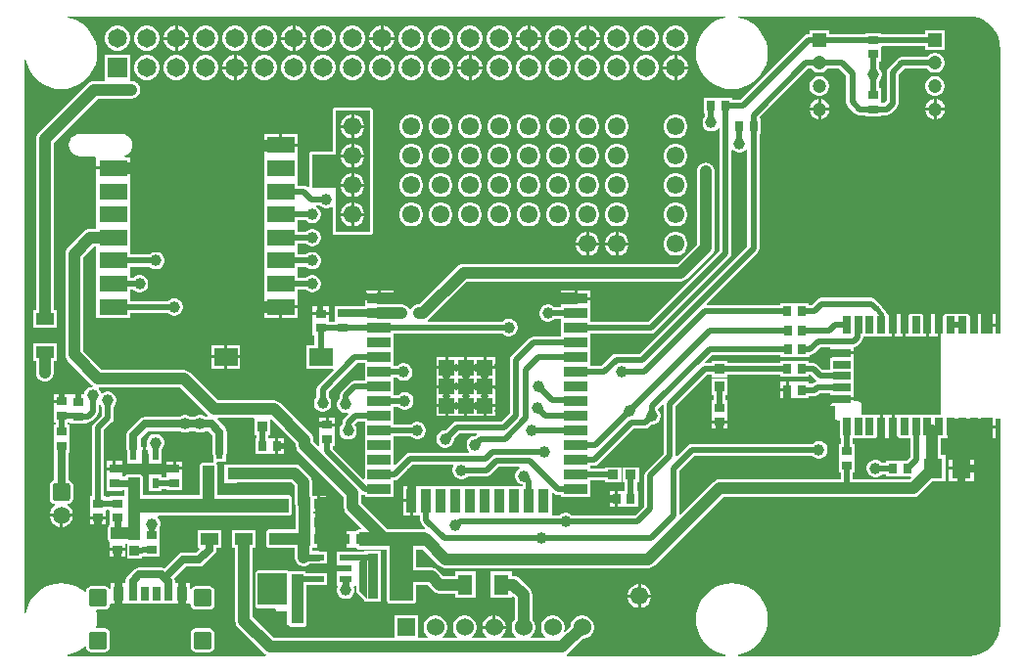
<source format=gtl>
G04*
G04 #@! TF.GenerationSoftware,Altium Limited,CircuitMaker,2.2.1 (2.2.1.6)*
G04*
G04 Layer_Physical_Order=1*
G04 Layer_Color=25308*
%FSLAX44Y44*%
%MOMM*%
G71*
G04*
G04 #@! TF.SameCoordinates,9F1E3F87-7A7F-4E4B-B1B4-4F695BE8A883*
G04*
G04*
G04 #@! TF.FilePolarity,Positive*
G04*
G01*
G75*
%ADD11C,0.2540*%
%ADD17R,0.7000X0.8500*%
%ADD18R,1.5000X1.0000*%
%ADD19R,2.0000X1.5000*%
%ADD20R,0.8500X0.7000*%
%ADD21R,0.8128X1.2700*%
%ADD22R,0.7112X1.2700*%
%ADD23R,0.7620X1.2700*%
%ADD24R,0.9000X0.8000*%
%ADD25R,0.8000X0.9000*%
%ADD26R,0.8128X0.8890*%
%ADD27R,1.3000X1.8000*%
%ADD28R,0.6000X0.9000*%
%ADD29R,0.6000X1.1000*%
%ADD30R,1.1000X0.5499*%
%ADD31R,0.9000X3.9000*%
%ADD32R,1.6500X1.8000*%
%ADD33R,1.5000X0.7000*%
%ADD34R,0.7000X1.5000*%
%ADD35R,1.0000X1.5000*%
%ADD36R,0.8890X0.8128*%
%ADD37R,2.0000X0.9000*%
%ADD38R,0.9000X2.0000*%
%ADD39R,1.3300X1.3300*%
%ADD40R,2.4000X1.4000*%
%ADD77C,0.5000*%
%ADD78C,0.7000*%
%ADD79C,1.0000*%
%ADD80C,0.6000*%
%ADD81C,0.8000*%
%ADD82C,0.4000*%
%ADD83R,3.9000X3.6000*%
%ADD84R,2.5250X1.0000*%
%ADD85R,5.8000X1.0000*%
%ADD86R,1.0000X4.0000*%
%ADD87R,3.4250X1.1250*%
%ADD88R,1.0750X5.4000*%
%ADD89R,13.8000X1.2750*%
%ADD90R,2.5000X2.8000*%
%ADD91R,1.0000X2.1000*%
%ADD92R,1.0000X4.3000*%
%ADD93R,2.2000X4.6000*%
%ADD94R,3.2000X0.5000*%
%ADD95R,2.0000X5.4000*%
%ADD96R,5.7750X1.2000*%
%ADD97R,1.0000X4.2000*%
%ADD98R,3.0000X0.8000*%
%ADD99C,1.5500*%
%ADD100C,1.6510*%
%ADD101R,1.6510X1.6510*%
G04:AMPARAMS|DCode=102|XSize=1.524mm|YSize=1.524mm|CornerRadius=0.1905mm|HoleSize=0mm|Usage=FLASHONLY|Rotation=0.000|XOffset=0mm|YOffset=0mm|HoleType=Round|Shape=RoundedRectangle|*
%AMROUNDEDRECTD102*
21,1,1.5240,1.1430,0,0,0.0*
21,1,1.1430,1.5240,0,0,0.0*
1,1,0.3810,0.5715,-0.5715*
1,1,0.3810,-0.5715,-0.5715*
1,1,0.3810,-0.5715,0.5715*
1,1,0.3810,0.5715,0.5715*
%
%ADD102ROUNDEDRECTD102*%
%ADD103C,1.5240*%
%ADD104R,1.5240X1.5240*%
%ADD105R,1.2000X1.2000*%
%ADD106C,1.2000*%
%ADD107C,1.5000*%
G04:AMPARAMS|DCode=108|XSize=1.5mm|YSize=1.5mm|CornerRadius=0.1875mm|HoleSize=0mm|Usage=FLASHONLY|Rotation=90.000|XOffset=0mm|YOffset=0mm|HoleType=Round|Shape=RoundedRectangle|*
%AMROUNDEDRECTD108*
21,1,1.5000,1.1250,0,0,90.0*
21,1,1.1250,1.5000,0,0,90.0*
1,1,0.3750,0.5625,0.5625*
1,1,0.3750,0.5625,-0.5625*
1,1,0.3750,-0.5625,-0.5625*
1,1,0.3750,-0.5625,0.5625*
%
%ADD108ROUNDEDRECTD108*%
%ADD109C,1.0000*%
%ADD110C,0.6800*%
G36*
X789211Y521585D02*
X793317Y520599D01*
X797220Y518982D01*
X800821Y516776D01*
X804033Y514033D01*
X806776Y510821D01*
X808982Y507220D01*
X810599Y503317D01*
X811585Y499211D01*
X811818Y496246D01*
X811900Y495000D01*
X811900Y495000D01*
X811900Y493750D01*
Y416500D01*
Y247664D01*
X811200Y247090D01*
X808240D01*
Y253230D01*
X800700D01*
Y254500D01*
X799430D01*
Y264540D01*
X790470D01*
Y254500D01*
X787930D01*
Y264540D01*
X760470D01*
Y254500D01*
Y244460D01*
X760611D01*
Y176540D01*
X720470D01*
Y166500D01*
Y156460D01*
X734061D01*
Y140379D01*
X730973Y137290D01*
X726260D01*
X725410Y137290D01*
D01*
X724140Y137290D01*
X712910D01*
Y135639D01*
X709725D01*
X708830Y136533D01*
X707110Y137526D01*
X705193Y138040D01*
X703207D01*
X701290Y137526D01*
X699570Y136533D01*
X698167Y135130D01*
X697174Y133410D01*
X696660Y131493D01*
Y129507D01*
X697174Y127590D01*
X698167Y125870D01*
X699570Y124466D01*
X701290Y123474D01*
X703207Y122960D01*
X705193D01*
X707110Y123474D01*
X708830Y124466D01*
X709725Y125361D01*
X712910D01*
Y123710D01*
X724140D01*
X724990Y123710D01*
X726260Y123710D01*
X734745D01*
X735231Y122537D01*
X733800Y121105D01*
X684339D01*
Y126960D01*
X685990D01*
Y139040D01*
X685990D01*
Y139460D01*
X685990D01*
Y151540D01*
X684339D01*
Y156460D01*
X707930D01*
Y166500D01*
Y176540D01*
X692090D01*
Y185800D01*
X691893Y186791D01*
X691331Y187631D01*
X690491Y188193D01*
X689500Y188390D01*
X685240D01*
Y189230D01*
X665160D01*
Y184460D01*
X668910D01*
Y174800D01*
X669108Y173809D01*
X669669Y172969D01*
X670509Y172407D01*
X671500Y172210D01*
X673160D01*
Y156460D01*
X674061D01*
Y151540D01*
X672410D01*
Y139460D01*
X672410D01*
Y139040D01*
X672410D01*
Y126960D01*
X674061D01*
Y121105D01*
X569300D01*
X567332Y120846D01*
X566257Y120401D01*
X565497Y120086D01*
X563922Y118878D01*
X535612Y90567D01*
X534439Y91053D01*
Y128371D01*
X547627Y141560D01*
X649676D01*
X650570Y140665D01*
X652290Y139672D01*
X654207Y139159D01*
X656193D01*
X658110Y139672D01*
X659830Y140665D01*
X661234Y142069D01*
X662226Y143788D01*
X662740Y145706D01*
Y147691D01*
X662226Y149609D01*
X661234Y151328D01*
X659830Y152732D01*
X658110Y153725D01*
X656193Y154239D01*
X654207D01*
X652290Y153725D01*
X650570Y152732D01*
X649676Y151837D01*
X545499D01*
X543532Y151446D01*
X541865Y150332D01*
X532621Y141088D01*
X531439Y141702D01*
Y184371D01*
X558429Y211361D01*
X562696D01*
Y209515D01*
X575904D01*
Y211361D01*
X621910D01*
Y209710D01*
X633990D01*
Y209710D01*
X634410D01*
Y209710D01*
X646490D01*
Y210351D01*
Y211361D01*
X648072D01*
X648490Y210943D01*
X652059Y207374D01*
X652566Y206866D01*
X652723Y206762D01*
X652455Y205413D01*
X651620Y205247D01*
X651620Y205247D01*
X649953Y204134D01*
X649458Y203639D01*
X646490D01*
Y205290D01*
X635260D01*
X634410Y205290D01*
D01*
X633140Y205290D01*
X629220D01*
Y198500D01*
Y191710D01*
X633140D01*
X633990Y191710D01*
D01*
X635260Y191710D01*
X646490D01*
Y193361D01*
X651587D01*
X653554Y193752D01*
X655221Y194866D01*
X655716Y195361D01*
X665160D01*
Y191770D01*
X685240D01*
Y194460D01*
Y204460D01*
Y214460D01*
Y224460D01*
Y229230D01*
X665160D01*
Y224460D01*
Y215639D01*
X658329D01*
X653834Y220134D01*
X652167Y221248D01*
X650200Y221639D01*
X646490D01*
Y223290D01*
X634410D01*
Y223290D01*
X633990D01*
Y223290D01*
X621910D01*
Y221639D01*
X575904D01*
Y223485D01*
X562696D01*
Y221639D01*
X557502D01*
X556976Y222909D01*
X562729Y228661D01*
X622210D01*
Y227010D01*
X634290D01*
Y227010D01*
X634710D01*
Y227010D01*
X646790D01*
Y228661D01*
X647500D01*
X649466Y229052D01*
X651134Y230166D01*
X656629Y235661D01*
X665160D01*
Y231770D01*
X685240D01*
Y235661D01*
X685500D01*
X687467Y236052D01*
X689134Y237166D01*
X692134Y240166D01*
X693248Y241833D01*
X693639Y243800D01*
Y244460D01*
X717930D01*
Y254500D01*
Y264540D01*
X713714D01*
X713477Y265732D01*
X712473Y267234D01*
X709989Y269718D01*
X709948Y269927D01*
X708834Y271594D01*
X703794Y276634D01*
X702127Y277748D01*
X700161Y278139D01*
X657700D01*
X655733Y277748D01*
X654066Y276634D01*
X649072Y271639D01*
X646490D01*
Y273290D01*
X634410D01*
Y273290D01*
X633990D01*
Y273290D01*
X621910D01*
Y271639D01*
X558365D01*
X557879Y272812D01*
X602184Y317116D01*
X603298Y318783D01*
X603689Y320750D01*
Y419710D01*
X604590D01*
Y433290D01*
X604506D01*
X604027Y434560D01*
X645829Y476361D01*
X648679D01*
X648739Y476256D01*
X650329Y474666D01*
X652277Y473542D01*
X654449Y472960D01*
X656697D01*
X658869Y473542D01*
X660817Y474666D01*
X662407Y476256D01*
X662467Y476361D01*
X672936D01*
X678921Y470376D01*
Y447505D01*
X679312Y445538D01*
X680426Y443871D01*
X686426Y437871D01*
X688093Y436757D01*
X690060Y436366D01*
X695270D01*
Y435465D01*
X708850D01*
Y436366D01*
X714060D01*
X716027Y436757D01*
X717694Y437871D01*
X722694Y442871D01*
X723808Y444538D01*
X724199Y446505D01*
Y471376D01*
X729184Y476361D01*
X748679D01*
X748739Y476256D01*
X750329Y474666D01*
X752277Y473542D01*
X754449Y472960D01*
X756697D01*
X758869Y473542D01*
X760817Y474666D01*
X762407Y476256D01*
X763531Y478204D01*
X764113Y480376D01*
Y482624D01*
X763531Y484796D01*
X762407Y486744D01*
X760817Y488334D01*
X758869Y489458D01*
X756697Y490040D01*
X754449D01*
X752277Y489458D01*
X750329Y488334D01*
X748739Y486744D01*
X748679Y486639D01*
X727055D01*
X725089Y486248D01*
X723421Y485134D01*
X715426Y477139D01*
X714312Y475471D01*
X713921Y473505D01*
Y448633D01*
X711932Y446644D01*
X709748D01*
X708850Y447542D01*
X708850Y448815D01*
Y460045D01*
X707199D01*
Y465978D01*
X708093Y466873D01*
X709086Y468592D01*
X709600Y470510D01*
Y472495D01*
X709086Y474413D01*
X708093Y476132D01*
X707199Y477027D01*
Y482960D01*
X708850D01*
X708850Y495463D01*
X709748Y496361D01*
X747033D01*
Y492960D01*
X764113D01*
Y510040D01*
X747033D01*
Y506639D01*
X708850D01*
Y507540D01*
X695270D01*
Y506639D01*
X664113D01*
Y510040D01*
X647033D01*
Y506639D01*
X646700D01*
X644734Y506248D01*
X643066Y505134D01*
X587571Y449639D01*
X580590D01*
Y451290D01*
X568510D01*
Y451290D01*
X568090D01*
Y451290D01*
X556010D01*
Y437710D01*
X556911D01*
Y435274D01*
X556017Y434380D01*
X555024Y432660D01*
X554510Y430743D01*
Y428757D01*
X555024Y426840D01*
X556017Y425120D01*
X557420Y423717D01*
X559140Y422724D01*
X561057Y422210D01*
X563043D01*
X564960Y422724D01*
X566680Y423717D01*
X568083Y425120D01*
X568141Y425220D01*
X569411Y424880D01*
Y318878D01*
X507822Y257289D01*
X457540D01*
Y270510D01*
Y276280D01*
X445000D01*
X432460D01*
Y269989D01*
X426584D01*
X425690Y270884D01*
X423970Y271876D01*
X422053Y272390D01*
X420067D01*
X418150Y271876D01*
X416430Y270884D01*
X415027Y269480D01*
X414034Y267760D01*
X413520Y265843D01*
Y263857D01*
X414034Y261940D01*
X415027Y260220D01*
X416430Y258817D01*
X418150Y257824D01*
X420067Y257310D01*
X422053D01*
X423970Y257824D01*
X425690Y258817D01*
X426584Y259711D01*
X432460D01*
Y244589D01*
X408450D01*
X406483Y244198D01*
X404816Y243084D01*
X389366Y227634D01*
X388252Y225966D01*
X387861Y224000D01*
Y178129D01*
X380872Y171139D01*
X342000D01*
X340033Y170748D01*
X338366Y169634D01*
X332273Y163540D01*
X331007D01*
X329090Y163026D01*
X327370Y162034D01*
X325966Y160630D01*
X324974Y158910D01*
X324460Y156993D01*
Y155007D01*
X324974Y153090D01*
X325966Y151370D01*
X327370Y149966D01*
X329090Y148974D01*
X331007Y148460D01*
X332993D01*
X334910Y148974D01*
X336630Y149966D01*
X338033Y151370D01*
X339026Y153090D01*
X339540Y155007D01*
Y156273D01*
X344128Y160861D01*
X358918D01*
X359315Y159773D01*
X359324Y159591D01*
X358273Y158540D01*
X357007D01*
X355090Y158026D01*
X353370Y157034D01*
X351967Y155630D01*
X350974Y153910D01*
X350460Y151993D01*
Y150007D01*
X350974Y148090D01*
X351967Y146370D01*
X352888Y145449D01*
X352362Y144179D01*
X301691D01*
X299725Y143788D01*
X298058Y142674D01*
X288810Y133426D01*
X287540Y133952D01*
Y143510D01*
Y158111D01*
X302225D01*
X303120Y157217D01*
X304840Y156224D01*
X306757Y155710D01*
X308743D01*
X310660Y156224D01*
X312380Y157217D01*
X313783Y158620D01*
X314776Y160340D01*
X315290Y162257D01*
Y164243D01*
X314776Y166160D01*
X313783Y167880D01*
X312380Y169284D01*
X310660Y170276D01*
X308743Y170790D01*
X306757D01*
X304840Y170276D01*
X303120Y169284D01*
X302225Y168389D01*
X287540D01*
Y183861D01*
X291476D01*
X292370Y182966D01*
X294090Y181974D01*
X296007Y181460D01*
X297993D01*
X299910Y181974D01*
X301630Y182966D01*
X303034Y184370D01*
X304026Y186090D01*
X304540Y188007D01*
Y189993D01*
X304026Y191910D01*
X303034Y193630D01*
X301630Y195033D01*
X299910Y196026D01*
X297993Y196540D01*
X296007D01*
X294090Y196026D01*
X292370Y195033D01*
X291476Y194139D01*
X287540D01*
Y208861D01*
X290476D01*
X291370Y207966D01*
X293090Y206974D01*
X295007Y206460D01*
X296993D01*
X298910Y206974D01*
X300630Y207966D01*
X302034Y209370D01*
X303026Y211090D01*
X303540Y213007D01*
Y214993D01*
X303026Y216910D01*
X302034Y218630D01*
X300630Y220033D01*
X298910Y221026D01*
X296993Y221540D01*
X295007D01*
X293090Y221026D01*
X291370Y220033D01*
X290476Y219139D01*
X287540D01*
Y232410D01*
Y247011D01*
X381890D01*
X382430Y246472D01*
X384150Y245479D01*
X386067Y244965D01*
X388053D01*
X389970Y245479D01*
X391690Y246472D01*
X393093Y247875D01*
X394086Y249595D01*
X394600Y251512D01*
Y253498D01*
X394086Y255415D01*
X393093Y257135D01*
X391690Y258538D01*
X389970Y259531D01*
X388053Y260045D01*
X386067D01*
X384150Y259531D01*
X382430Y258538D01*
X381181Y257289D01*
X317468D01*
X317037Y258559D01*
X318228Y259472D01*
X351150Y292395D01*
X535800D01*
X537768Y292654D01*
X539603Y293414D01*
X541178Y294622D01*
X562678Y316122D01*
X563886Y317698D01*
X564646Y319532D01*
X564905Y321500D01*
Y387500D01*
X564840Y387994D01*
Y388493D01*
X564711Y388974D01*
X564646Y389468D01*
X564455Y389929D01*
X564326Y390410D01*
X564077Y390842D01*
X563886Y391302D01*
X563583Y391698D01*
X563334Y392130D01*
X562981Y392482D01*
X562678Y392878D01*
X562282Y393181D01*
X561930Y393534D01*
X561498Y393783D01*
X561103Y394086D01*
X560642Y394277D01*
X560210Y394526D01*
X559729Y394655D01*
X559268Y394846D01*
X558774Y394911D01*
X558293Y395040D01*
X557794D01*
X557300Y395105D01*
X556806Y395040D01*
X556307D01*
X555826Y394911D01*
X555332Y394846D01*
X554871Y394655D01*
X554390Y394526D01*
X553958Y394277D01*
X553498Y394086D01*
X553102Y393783D01*
X552670Y393534D01*
X552318Y393181D01*
X551922Y392878D01*
X551619Y392482D01*
X551267Y392130D01*
X551017Y391698D01*
X550714Y391302D01*
X550523Y390842D01*
X550274Y390410D01*
X550145Y389929D01*
X549954Y389468D01*
X549889Y388974D01*
X549760Y388493D01*
Y387994D01*
X549695Y387500D01*
Y324650D01*
X532650Y307605D01*
X348000D01*
X346032Y307346D01*
X344957Y306901D01*
X344198Y306586D01*
X342622Y305378D01*
X309850Y272605D01*
X309000D01*
X308506Y272540D01*
X308007D01*
X307526Y272411D01*
X307032Y272346D01*
X306571Y272155D01*
X306090Y272026D01*
X305658Y271777D01*
X305198Y271586D01*
X304802Y271283D01*
X304370Y271033D01*
X304018Y270681D01*
X303622Y270378D01*
X303319Y269982D01*
X302966Y269630D01*
X302717Y269198D01*
X302414Y268803D01*
X302223Y268342D01*
X302202Y268305D01*
X302016Y268243D01*
X300984D01*
X300798Y268305D01*
X300777Y268342D01*
X300586Y268803D01*
X300283Y269198D01*
X300033Y269630D01*
X299681Y269982D01*
X299378Y270378D01*
X298982Y270681D01*
X298630Y271033D01*
X298198Y271283D01*
X297803Y271586D01*
X297342Y271777D01*
X296910Y272026D01*
X296429Y272155D01*
X295968Y272346D01*
X295474Y272411D01*
X294993Y272540D01*
X294494D01*
X294000Y272605D01*
X287540D01*
Y276280D01*
X262460D01*
Y271008D01*
X243300D01*
X242705Y270890D01*
X236510D01*
Y259660D01*
X236510Y258810D01*
X236510D01*
Y258559D01*
X236103Y257289D01*
X231340D01*
Y263280D01*
X224300D01*
X217260D01*
Y258010D01*
Y245510D01*
X219161D01*
Y237040D01*
X211760D01*
Y216960D01*
X235033D01*
X235519Y215787D01*
X222366Y202634D01*
X221252Y200967D01*
X220861Y199000D01*
Y192524D01*
X219967Y191630D01*
X218974Y189910D01*
X218460Y187993D01*
Y186007D01*
X218974Y184090D01*
X219967Y182370D01*
X221370Y180966D01*
X223090Y179974D01*
X225007Y179460D01*
X226993D01*
X228910Y179974D01*
X230630Y180966D01*
X232034Y182370D01*
X233026Y184090D01*
X233540Y186007D01*
Y187993D01*
X233026Y189910D01*
X232034Y191630D01*
X231139Y192524D01*
Y196871D01*
X255879Y221611D01*
X262460D01*
Y206489D01*
X253350D01*
X251383Y206098D01*
X249716Y204984D01*
X242366Y197634D01*
X241252Y195966D01*
X240861Y194000D01*
Y191524D01*
X239967Y190630D01*
X238974Y188910D01*
X238460Y186993D01*
Y185007D01*
X238974Y183090D01*
X239967Y181370D01*
X241370Y179967D01*
X243090Y178974D01*
X245007Y178460D01*
X246993D01*
X247545Y178608D01*
X248202Y177469D01*
X244428Y173695D01*
X243314Y172028D01*
X242922Y170061D01*
Y168524D01*
X242028Y167630D01*
X241035Y165910D01*
X240521Y163993D01*
Y162007D01*
X241035Y160090D01*
X242028Y158370D01*
X243431Y156966D01*
X245151Y155974D01*
X247069Y155460D01*
X249054D01*
X250972Y155974D01*
X252691Y156966D01*
X254095Y158370D01*
X255087Y160090D01*
X255601Y162007D01*
Y163993D01*
X255087Y165910D01*
X254095Y167630D01*
X253496Y168228D01*
X256079Y170811D01*
X262460D01*
Y156210D01*
Y143510D01*
Y130810D01*
Y121665D01*
X261287Y121179D01*
X235139Y147327D01*
Y149710D01*
X236790D01*
Y160940D01*
X236790Y161790D01*
X236790Y163060D01*
Y166980D01*
X223210D01*
Y163060D01*
X223210Y162210D01*
X223210Y160940D01*
Y150341D01*
X221940Y149815D01*
X218145Y153610D01*
Y155194D01*
X217886Y157163D01*
X217126Y158997D01*
X215918Y160572D01*
X189492Y186998D01*
X187917Y188206D01*
X186083Y188966D01*
X184114Y189225D01*
X135530D01*
X111378Y213378D01*
X109803Y214586D01*
X107968Y215346D01*
X106000Y215605D01*
X35150D01*
X18605Y232150D01*
Y312850D01*
X28451Y322695D01*
X30360D01*
Y321110D01*
X30360Y320760D01*
Y319840D01*
X30360Y319490D01*
Y301110D01*
X30360Y300760D01*
Y299840D01*
X30360Y299490D01*
Y281110D01*
X30360Y280760D01*
Y279840D01*
X30360Y279490D01*
Y260760D01*
X59440D01*
Y265162D01*
X92175D01*
X93070Y264267D01*
X94789Y263274D01*
X96707Y262760D01*
X98692D01*
X100610Y263274D01*
X102329Y264267D01*
X103733Y265671D01*
X104726Y267390D01*
X105240Y269308D01*
Y271293D01*
X104726Y273211D01*
X103733Y274930D01*
X102329Y276334D01*
X100610Y277327D01*
X98692Y277840D01*
X96707D01*
X94789Y277327D01*
X93070Y276334D01*
X92175Y275439D01*
X59440D01*
Y279490D01*
X59440Y279840D01*
Y280760D01*
X59440Y281110D01*
Y285162D01*
X62175D01*
X63070Y284267D01*
X64789Y283274D01*
X66707Y282760D01*
X68692D01*
X70610Y283274D01*
X72329Y284267D01*
X73733Y285671D01*
X74726Y287390D01*
X75240Y289308D01*
Y291293D01*
X74726Y293211D01*
X73733Y294930D01*
X72329Y296334D01*
X70610Y297327D01*
X68692Y297840D01*
X66707D01*
X64789Y297327D01*
X63070Y296334D01*
X62175Y295439D01*
X59440D01*
Y299490D01*
X59440Y299840D01*
Y300760D01*
X59440Y301110D01*
Y305162D01*
X76175D01*
X77070Y304267D01*
X78789Y303274D01*
X80707Y302760D01*
X82692D01*
X84610Y303274D01*
X86329Y304267D01*
X87733Y305671D01*
X88726Y307390D01*
X89240Y309308D01*
Y311293D01*
X88726Y313211D01*
X87733Y314930D01*
X86329Y316334D01*
X84610Y317327D01*
X82692Y317840D01*
X80707D01*
X78789Y317327D01*
X77070Y316334D01*
X76175Y315439D01*
X59440D01*
Y319490D01*
X59440Y319840D01*
Y320760D01*
X59440Y321110D01*
Y339490D01*
X59440Y339840D01*
Y340760D01*
X59440Y341110D01*
Y359490D01*
X59440Y359840D01*
Y360760D01*
X59440Y361110D01*
Y379490D01*
X59440Y379840D01*
Y380760D01*
X59440Y381110D01*
Y389030D01*
X30360D01*
Y381110D01*
X30360Y380760D01*
Y379840D01*
X30360Y379490D01*
Y361110D01*
X30360Y360760D01*
Y359840D01*
X30360Y359490D01*
Y341110D01*
X30360Y340760D01*
Y339840D01*
X30360Y339490D01*
Y337905D01*
X25300D01*
X23332Y337646D01*
X21498Y336886D01*
X19923Y335678D01*
X5622Y321378D01*
X4414Y319802D01*
X3654Y317968D01*
X3395Y316000D01*
Y229000D01*
X3654Y227032D01*
X4414Y225197D01*
X5622Y223622D01*
X26622Y202622D01*
X27023Y202315D01*
X26592Y201045D01*
X26067D01*
X24150Y200531D01*
X22430Y199538D01*
X21027Y198134D01*
X20034Y196415D01*
X19532Y194540D01*
X16270D01*
Y188000D01*
X13730D01*
Y194540D01*
X8060D01*
X7960Y194540D01*
X6790D01*
X6690Y194540D01*
X1270D01*
Y188500D01*
X0D01*
Y187230D01*
X-6790D01*
Y183310D01*
X-6790Y182460D01*
X-6790Y181190D01*
Y169960D01*
X-5139D01*
Y168540D01*
X-6790D01*
Y157310D01*
X-6790Y156460D01*
X-6790Y155190D01*
Y143960D01*
X-6158D01*
Y120020D01*
X-7348Y119784D01*
X-8808Y118808D01*
X-9784Y117348D01*
X-10127Y115625D01*
Y104375D01*
X-9784Y102652D01*
X-8808Y101192D01*
X-7348Y100216D01*
X-5625Y99874D01*
X-5519D01*
X-5178Y98603D01*
X-6165Y98034D01*
X-8034Y96165D01*
X-9356Y93875D01*
X-10040Y91322D01*
Y91270D01*
X-0D01*
X10040D01*
Y91322D01*
X9356Y93875D01*
X8034Y96165D01*
X6165Y98034D01*
X5178Y98603D01*
X5519Y99874D01*
X5625D01*
X7348Y100216D01*
X8808Y101192D01*
X9784Y102652D01*
X10127Y104375D01*
Y115625D01*
X9784Y117348D01*
X8808Y118808D01*
X7348Y119784D01*
X6158Y120020D01*
Y143960D01*
X6790D01*
Y155190D01*
X6790Y156040D01*
X6790Y157310D01*
Y168540D01*
X5139D01*
Y169960D01*
X6790D01*
Y169960D01*
X7960Y169719D01*
Y168960D01*
X22040D01*
Y170361D01*
X22943D01*
X24909Y170752D01*
X26576Y171866D01*
X30654Y175944D01*
X31767Y177611D01*
X32159Y179577D01*
Y185570D01*
X33429Y185911D01*
X34027Y184875D01*
X34921Y183980D01*
Y176254D01*
X28366Y169699D01*
X27252Y168032D01*
X26861Y166065D01*
Y106290D01*
X25210D01*
Y95060D01*
X25210Y94210D01*
X25210Y92940D01*
Y89020D01*
X32000D01*
X38790D01*
X38790Y94213D01*
X39414Y94838D01*
X40843Y94834D01*
X41460Y94210D01*
Y93790D01*
X41460D01*
Y81710D01*
X41460D01*
X40964Y80645D01*
X40607Y80111D01*
X40410Y79120D01*
Y69120D01*
X40607Y68129D01*
X40959Y67603D01*
X41460Y66540D01*
Y61770D01*
X48250D01*
X55040D01*
Y65398D01*
X55376Y65621D01*
X55952Y65465D01*
X56646Y64940D01*
Y52145D01*
X69854D01*
Y54036D01*
X71596Y54382D01*
X71713Y54460D01*
X85040D01*
Y65690D01*
X85040Y66540D01*
X85040Y67810D01*
Y78222D01*
X85166Y79404D01*
X85276Y79595D01*
X85425Y80150D01*
X85425Y80150D01*
X85546Y80602D01*
X85790Y81512D01*
Y83498D01*
X85276Y85415D01*
X84284Y87135D01*
X83278Y88140D01*
X83804Y89410D01*
X197000D01*
X197991Y89607D01*
X198831Y90169D01*
X199393Y91009D01*
X199590Y92000D01*
Y104750D01*
X199393Y105741D01*
X198831Y106581D01*
X197991Y107143D01*
X197000Y107340D01*
X134840D01*
Y133000D01*
X134642Y133991D01*
X134176Y134690D01*
X134337Y135316D01*
X134678Y135960D01*
X142540D01*
Y141419D01*
X142690Y141643D01*
X143158Y144000D01*
Y162085D01*
X142690Y164442D01*
X141355Y166439D01*
X135049Y172745D01*
X135575Y174015D01*
X166395D01*
X167396Y173365D01*
X167396Y172745D01*
Y159395D01*
X168861D01*
Y156790D01*
X167960D01*
Y143210D01*
X179190D01*
X180040Y143210D01*
X181310Y143210D01*
X185230D01*
Y150000D01*
Y156790D01*
X180037Y156790D01*
X179139Y157688D01*
Y159395D01*
X180604D01*
Y172579D01*
X181874Y173105D01*
X202935Y152044D01*
Y150460D01*
X203194Y148492D01*
X203954Y146657D01*
X205162Y145082D01*
X244395Y105850D01*
Y97000D01*
X244654Y95032D01*
X245414Y93197D01*
X246622Y91622D01*
X259482Y78763D01*
X258996Y77590D01*
X257250D01*
X256259Y77393D01*
X255419Y76831D01*
X254890Y76040D01*
X247020D01*
Y69000D01*
Y61960D01*
X254890D01*
X255419Y61169D01*
X256259Y60607D01*
X257250Y60410D01*
X281660D01*
Y16000D01*
X281857Y15009D01*
X282419Y14169D01*
X283259Y13607D01*
X284250Y13410D01*
X304250D01*
X305241Y13607D01*
X306082Y14169D01*
X306643Y15009D01*
X306840Y16000D01*
Y29395D01*
X316850D01*
X321622Y24622D01*
X323197Y23414D01*
X323957Y23099D01*
X325032Y22654D01*
X327000Y22395D01*
X340460D01*
Y18460D01*
X358540D01*
Y41540D01*
X340460D01*
Y37605D01*
X330150D01*
X325378Y42378D01*
X323802Y43586D01*
X321968Y44346D01*
X320000Y44605D01*
X306840D01*
Y60410D01*
X312835D01*
X326622Y46622D01*
X328198Y45414D01*
X330032Y44654D01*
X332000Y44395D01*
X507800D01*
X509768Y44654D01*
X511603Y45414D01*
X513178Y46622D01*
X572450Y105895D01*
X736950D01*
X738918Y106154D01*
X740752Y106914D01*
X742328Y108122D01*
X753165Y118960D01*
X764740D01*
Y142040D01*
X760805D01*
Y156460D01*
X767930D01*
Y166500D01*
X770470D01*
Y156460D01*
X777930D01*
Y166500D01*
X780470D01*
Y156460D01*
X787930D01*
Y166500D01*
X790470D01*
Y156460D01*
X799430D01*
Y166500D01*
X800700D01*
Y167770D01*
X808240D01*
Y173910D01*
X811200D01*
X811900Y173336D01*
Y-5000D01*
X811912Y-5056D01*
X811585Y-9211D01*
X810599Y-13318D01*
X808982Y-17220D01*
X806776Y-20821D01*
X804033Y-24032D01*
X800821Y-26776D01*
X797220Y-28982D01*
X793317Y-30599D01*
X789211Y-31585D01*
X786246Y-31818D01*
X785000Y-31900D01*
D01*
X785000Y-31900D01*
D01*
D01*
X784998D01*
X783750Y-31900D01*
X585530D01*
X585380Y-30630D01*
X589622Y-29612D01*
X594135Y-27742D01*
X598301Y-25189D01*
X602016Y-22016D01*
X605190Y-18301D01*
X607742Y-14135D01*
X609612Y-9621D01*
X610753Y-4871D01*
X611136Y0D01*
X610753Y4871D01*
X609612Y9621D01*
X607742Y14135D01*
X605190Y18301D01*
X602016Y22016D01*
X598301Y25189D01*
X594135Y27742D01*
X589622Y29612D01*
X584871Y30753D01*
X580000Y31136D01*
X575129Y30753D01*
X570378Y29612D01*
X565865Y27742D01*
X561699Y25189D01*
X557984Y22016D01*
X554810Y18301D01*
X552258Y14135D01*
X550388Y9621D01*
X549247Y4871D01*
X548864Y0D01*
X549247Y-4871D01*
X550388Y-9621D01*
X552258Y-14135D01*
X554810Y-18301D01*
X557984Y-22016D01*
X561699Y-25189D01*
X565865Y-27742D01*
X570378Y-29612D01*
X574620Y-30630D01*
X574470Y-31900D01*
X437348D01*
X437096Y-30630D01*
X437202Y-30586D01*
X438778Y-29378D01*
X450995Y-17160D01*
X451738D01*
X454322Y-16468D01*
X456638Y-15130D01*
X458530Y-13238D01*
X459868Y-10922D01*
X460560Y-8338D01*
Y-5662D01*
X459868Y-3078D01*
X458530Y-762D01*
X456638Y1130D01*
X454322Y2468D01*
X451738Y3160D01*
X449062D01*
X446478Y2468D01*
X444162Y1130D01*
X442270Y-762D01*
X440932Y-3078D01*
X440240Y-5662D01*
Y-6405D01*
X435804Y-10841D01*
X434665Y-10183D01*
X435160Y-8338D01*
Y-5662D01*
X434468Y-3078D01*
X433130Y-762D01*
X431238Y1130D01*
X428922Y2468D01*
X426338Y3160D01*
X423662D01*
X421078Y2468D01*
X418762Y1130D01*
X416870Y-762D01*
X415532Y-3078D01*
X414840Y-5662D01*
Y-8338D01*
X415532Y-10922D01*
X416870Y-13238D01*
X418756Y-15125D01*
X418755Y-15441D01*
X418499Y-16395D01*
X406101D01*
X405845Y-15441D01*
X405844Y-15125D01*
X407730Y-13238D01*
X409068Y-10922D01*
X409760Y-8338D01*
Y-5662D01*
X409068Y-3078D01*
X407730Y-762D01*
X407205Y-237D01*
Y21400D01*
X406946Y23368D01*
X406186Y25203D01*
X404978Y26778D01*
X396378Y35378D01*
X394803Y36586D01*
X392968Y37346D01*
X391000Y37605D01*
X389540D01*
Y41540D01*
X371460D01*
Y18460D01*
X389540D01*
Y19045D01*
X390713Y19532D01*
X391995Y18250D01*
Y-237D01*
X391470Y-762D01*
X390132Y-3078D01*
X389440Y-5662D01*
Y-8338D01*
X390132Y-10922D01*
X391470Y-13238D01*
X393357Y-15125D01*
X393355Y-15441D01*
X393099Y-16395D01*
X380701D01*
X380445Y-15441D01*
X380443Y-15125D01*
X382330Y-13238D01*
X383668Y-10922D01*
X384360Y-8338D01*
Y-8270D01*
X364040D01*
Y-8338D01*
X364732Y-10922D01*
X366070Y-13238D01*
X367957Y-15125D01*
X367955Y-15441D01*
X367699Y-16395D01*
X355301D01*
X355045Y-15441D01*
X355043Y-15125D01*
X356930Y-13238D01*
X358268Y-10922D01*
X358960Y-8338D01*
Y-5662D01*
X358268Y-3078D01*
X356930Y-762D01*
X355038Y1130D01*
X352722Y2468D01*
X350138Y3160D01*
X347462D01*
X344878Y2468D01*
X342562Y1130D01*
X340670Y-762D01*
X339332Y-3078D01*
X338640Y-5662D01*
Y-8338D01*
X339332Y-10922D01*
X340670Y-13238D01*
X342556Y-15125D01*
X342555Y-15441D01*
X342299Y-16395D01*
X329901D01*
X329645Y-15441D01*
X329644Y-15125D01*
X331530Y-13238D01*
X332868Y-10922D01*
X333560Y-8338D01*
Y-5662D01*
X332868Y-3078D01*
X331530Y-762D01*
X329638Y1130D01*
X327322Y2468D01*
X324738Y3160D01*
X322062D01*
X319478Y2468D01*
X317162Y1130D01*
X315270Y-762D01*
X313932Y-3078D01*
X313240Y-5662D01*
Y-8338D01*
X313932Y-10922D01*
X315270Y-13238D01*
X317157Y-15125D01*
X317155Y-15441D01*
X316899Y-16395D01*
X308160D01*
Y3160D01*
X287840D01*
Y-16395D01*
X183715D01*
X165605Y1715D01*
Y61960D01*
X168040D01*
Y77040D01*
X158494D01*
X158000Y77105D01*
X157506Y77040D01*
X147960D01*
Y61960D01*
X150395D01*
Y-1435D01*
X150654Y-3403D01*
X151414Y-5238D01*
X152622Y-6813D01*
X175187Y-29378D01*
X176762Y-30586D01*
X176869Y-30630D01*
X176617Y-31900D01*
X5530D01*
X5380Y-30630D01*
X9621Y-29612D01*
X14135Y-27742D01*
X18301Y-25189D01*
X20420Y-23380D01*
X21573Y-23912D01*
Y-24035D01*
X21918Y-25769D01*
X22900Y-27240D01*
X24371Y-28222D01*
X26105Y-28567D01*
X37535D01*
X39269Y-28222D01*
X40740Y-27240D01*
X41722Y-25769D01*
X42067Y-24035D01*
Y-12605D01*
X41722Y-10871D01*
X40740Y-9400D01*
X39269Y-8418D01*
X37535Y-8073D01*
X31010D01*
X30223Y-7076D01*
X30753Y-4871D01*
X31136Y0D01*
X30753Y4871D01*
X30202Y7166D01*
X30988Y8163D01*
X37515D01*
X39249Y8508D01*
X40720Y9490D01*
X41702Y10961D01*
X42031Y12616D01*
X42494Y13019D01*
X43059Y13430D01*
X43317Y13430D01*
X48298D01*
Y22320D01*
Y31210D01*
X42964D01*
Y26025D01*
X41702Y25859D01*
X40720Y27330D01*
X39249Y28312D01*
X37515Y28657D01*
X26085D01*
X24351Y28312D01*
X22880Y27330D01*
X21898Y25859D01*
X21553Y24125D01*
Y23929D01*
X20400Y23397D01*
X18301Y25189D01*
X14135Y27742D01*
X9621Y29612D01*
X4871Y30753D01*
X0Y31136D01*
X-4871Y30753D01*
X-9621Y29612D01*
X-14135Y27742D01*
X-18301Y25189D01*
X-22016Y22016D01*
X-25189Y18301D01*
X-27742Y14135D01*
X-29612Y9621D01*
X-30630Y5380D01*
X-31900Y5530D01*
Y484470D01*
X-30630Y484620D01*
X-29612Y480378D01*
X-27742Y475864D01*
X-25189Y471699D01*
X-22016Y467984D01*
X-18301Y464810D01*
X-14135Y462258D01*
X-9621Y460388D01*
X-4871Y459247D01*
X0Y458864D01*
X4871Y459247D01*
X9621Y460388D01*
X14135Y462258D01*
X18301Y464810D01*
X22016Y467984D01*
X25189Y471699D01*
X27742Y475864D01*
X29612Y480378D01*
X30753Y485129D01*
X31136Y490000D01*
X30753Y494871D01*
X29612Y499622D01*
X27742Y504135D01*
X25189Y508301D01*
X22016Y512016D01*
X18301Y515190D01*
X14135Y517742D01*
X9621Y519612D01*
X5380Y520630D01*
X5530Y521900D01*
X574470D01*
X574620Y520630D01*
X570378Y519612D01*
X565865Y517742D01*
X561699Y515190D01*
X557984Y512016D01*
X554810Y508301D01*
X552258Y504135D01*
X550388Y499622D01*
X549247Y494871D01*
X548864Y490000D01*
X549247Y485129D01*
X550388Y480378D01*
X552258Y475865D01*
X554810Y471699D01*
X557984Y467984D01*
X561699Y464810D01*
X565865Y462258D01*
X570378Y460388D01*
X575129Y459247D01*
X580000Y458864D01*
X584871Y459247D01*
X589622Y460388D01*
X594135Y462258D01*
X598301Y464810D01*
X602016Y467984D01*
X605190Y471699D01*
X607742Y475865D01*
X609612Y480378D01*
X610753Y485129D01*
X611136Y490000D01*
X610753Y494871D01*
X609612Y499622D01*
X607742Y504135D01*
X605190Y508301D01*
X602016Y512016D01*
X598301Y515190D01*
X594135Y517742D01*
X589622Y519612D01*
X585380Y520630D01*
X585530Y521900D01*
X785000D01*
X785056Y521912D01*
X789211Y521585D01*
D02*
G37*
G36*
X592931Y406509D02*
X593411Y406218D01*
Y322879D01*
X500211Y229679D01*
X480141D01*
X478175Y229288D01*
X476508Y228174D01*
X467523Y219189D01*
X457540D01*
Y232410D01*
Y247011D01*
X509950D01*
X511917Y247402D01*
X513584Y248516D01*
X578184Y313116D01*
X579298Y314783D01*
X579689Y316750D01*
Y405652D01*
X580959Y406178D01*
X581670Y405466D01*
X583390Y404474D01*
X585307Y403960D01*
X587293D01*
X589210Y404474D01*
X590930Y405466D01*
X592141Y406678D01*
X592931Y406509D01*
D02*
G37*
G36*
X126736Y176508D02*
X126360Y175238D01*
X124413D01*
X122910Y176106D01*
X120993Y176620D01*
X119007D01*
X117090Y176106D01*
X115587Y175238D01*
X111413D01*
X109910Y176106D01*
X107993Y176620D01*
X106007D01*
X104090Y176106D01*
X102586Y175238D01*
X72535D01*
X70178Y174770D01*
X68180Y173435D01*
X58205Y163460D01*
X56870Y161462D01*
X56402Y159105D01*
Y148285D01*
X56870Y145928D01*
X57020Y145704D01*
Y134900D01*
X70790D01*
Y141940D01*
Y148980D01*
X68718D01*
Y156554D01*
X75086Y162922D01*
X102586D01*
X104090Y162054D01*
X106007Y161540D01*
X107993D01*
X109910Y162054D01*
X111413Y162922D01*
X115587D01*
X117090Y162054D01*
X119007Y161540D01*
X120993D01*
X122910Y162054D01*
X124413Y162922D01*
X127454D01*
X130842Y159534D01*
Y144000D01*
X131311Y141643D01*
X131460Y141419D01*
X131460Y135960D01*
X130343Y135590D01*
X122250D01*
X121259Y135393D01*
X120419Y134831D01*
X119857Y133991D01*
X119660Y133000D01*
Y116293D01*
X119660Y116293D01*
Y114307D01*
X119660Y114307D01*
Y107340D01*
X70590D01*
Y123000D01*
X70393Y123991D01*
X69831Y124831D01*
X68991Y125393D01*
X68451Y125500D01*
X68000Y125590D01*
X57250D01*
X56259Y125393D01*
X55419Y124831D01*
X54857Y123991D01*
X54739Y123399D01*
X53040D01*
Y125500D01*
Y128980D01*
X46000D01*
Y130250D01*
D01*
Y128980D01*
X38960D01*
Y125500D01*
Y123710D01*
Y111210D01*
X53040D01*
Y112101D01*
X54660D01*
Y106290D01*
X41460D01*
Y105389D01*
X38790D01*
Y106290D01*
X37139D01*
Y125500D01*
Y159000D01*
Y163937D01*
X43694Y170491D01*
X44808Y172159D01*
X45199Y174125D01*
Y183980D01*
X46094Y184875D01*
X47086Y186595D01*
X47600Y188512D01*
Y190497D01*
X47086Y192415D01*
X46094Y194135D01*
X44690Y195538D01*
X42970Y196531D01*
X41053Y197045D01*
X39067D01*
X37150Y196531D01*
X35608Y195641D01*
X34225Y195896D01*
X34086Y196415D01*
X33094Y198134D01*
X32103Y199125D01*
X32629Y200395D01*
X102850D01*
X126736Y176508D01*
D02*
G37*
G36*
X521161Y185298D02*
Y143428D01*
X505666Y127934D01*
X504552Y126266D01*
X504161Y124300D01*
Y97628D01*
X496171Y89639D01*
X441824D01*
X440930Y90534D01*
X439210Y91526D01*
X437293Y92040D01*
X435307D01*
X433390Y91526D01*
X431670Y90534D01*
X430776Y89639D01*
X425348D01*
X424190Y89910D01*
Y108883D01*
X425363Y109369D01*
X425916Y108816D01*
X427583Y107703D01*
X429550Y107311D01*
X432460D01*
Y105410D01*
X457540D01*
Y120011D01*
X470395D01*
Y118396D01*
X484365D01*
Y131604D01*
X470395D01*
Y130289D01*
X457540D01*
Y132711D01*
X460850D01*
X462817Y133103D01*
X464484Y134216D01*
X495169Y164901D01*
X505040D01*
X507006Y165292D01*
X508674Y166406D01*
X510727Y168460D01*
X511993D01*
X513910Y168974D01*
X515630Y169967D01*
X517034Y171370D01*
X518026Y173090D01*
X518540Y175007D01*
Y176993D01*
X518026Y178910D01*
X517034Y180630D01*
X516139Y181525D01*
Y182071D01*
X519891Y185824D01*
X521161Y185298D01*
D02*
G37*
G36*
X339390Y132631D02*
X338974Y131910D01*
X338460Y129993D01*
Y128007D01*
X338974Y126090D01*
X339967Y124370D01*
X341370Y122966D01*
X343090Y121974D01*
X345007Y121460D01*
X346993D01*
X348910Y121974D01*
X350630Y122966D01*
X351524Y123861D01*
X368000D01*
X369967Y124252D01*
X371634Y125366D01*
X378129Y131861D01*
X395996D01*
X396336Y130591D01*
X395370Y130034D01*
X393966Y128630D01*
X392974Y126910D01*
X392460Y124993D01*
Y123007D01*
X392974Y121090D01*
X393966Y119370D01*
X395370Y117966D01*
X397090Y116974D01*
X399007Y116460D01*
X399311D01*
Y114990D01*
X304120D01*
Y102450D01*
Y89910D01*
X310411D01*
Y85450D01*
X310802Y83483D01*
X311916Y81816D01*
X314873Y78860D01*
X314347Y77590D01*
X282165D01*
X259605Y100150D01*
Y107120D01*
X259952Y107305D01*
X260875Y107667D01*
X262460Y107351D01*
Y105410D01*
X287540D01*
Y120011D01*
X287801D01*
X289768Y120402D01*
X291435Y121516D01*
X303820Y133901D01*
X338657D01*
X339390Y132631D01*
D02*
G37*
G36*
X302750Y49500D02*
Y24500D01*
X295750Y17500D01*
Y56500D01*
X302750Y49500D01*
D02*
G37*
%LPC*%
G36*
X456521Y513495D02*
X456370D01*
Y503970D01*
X465895D01*
Y504121D01*
X465159Y506867D01*
X463738Y509328D01*
X461728Y511338D01*
X459267Y512759D01*
X456521Y513495D01*
D02*
G37*
G36*
X453830D02*
X453679D01*
X450933Y512759D01*
X448472Y511338D01*
X446462Y509328D01*
X445041Y506867D01*
X444305Y504121D01*
Y503970D01*
X453830D01*
Y513495D01*
D02*
G37*
G36*
X405721D02*
X405570D01*
Y503970D01*
X415095D01*
Y504121D01*
X414359Y506867D01*
X412938Y509328D01*
X410928Y511338D01*
X408467Y512759D01*
X405721Y513495D01*
D02*
G37*
G36*
X403030D02*
X402879D01*
X400133Y512759D01*
X397672Y511338D01*
X395662Y509328D01*
X394241Y506867D01*
X393505Y504121D01*
Y503970D01*
X403030D01*
Y513495D01*
D02*
G37*
G36*
X278721D02*
X278570D01*
Y503970D01*
X288095D01*
Y504121D01*
X287359Y506867D01*
X285938Y509328D01*
X283928Y511338D01*
X281467Y512759D01*
X278721Y513495D01*
D02*
G37*
G36*
X276030D02*
X275879D01*
X273133Y512759D01*
X270672Y511338D01*
X268662Y509328D01*
X267241Y506867D01*
X266505Y504121D01*
Y503970D01*
X276030D01*
Y513495D01*
D02*
G37*
G36*
X202521D02*
X202370D01*
Y503970D01*
X211895D01*
Y504121D01*
X211159Y506867D01*
X209738Y509328D01*
X207728Y511338D01*
X205267Y512759D01*
X202521Y513495D01*
D02*
G37*
G36*
X199830D02*
X199679D01*
X196933Y512759D01*
X194472Y511338D01*
X192462Y509328D01*
X191041Y506867D01*
X190305Y504121D01*
Y503970D01*
X199830D01*
Y513495D01*
D02*
G37*
G36*
X100921D02*
X100770D01*
Y503970D01*
X110295D01*
Y504121D01*
X109559Y506867D01*
X108138Y509328D01*
X106128Y511338D01*
X103667Y512759D01*
X100921Y513495D01*
D02*
G37*
G36*
X98230D02*
X98079D01*
X95333Y512759D01*
X92872Y511338D01*
X90862Y509328D01*
X89441Y506867D01*
X88705Y504121D01*
Y503970D01*
X98230D01*
Y513495D01*
D02*
G37*
G36*
X532721D02*
X529879D01*
X527133Y512759D01*
X524672Y511338D01*
X522662Y509328D01*
X521241Y506867D01*
X520505Y504121D01*
Y501279D01*
X521241Y498533D01*
X522662Y496072D01*
X524672Y494062D01*
X527133Y492641D01*
X529879Y491905D01*
X532721D01*
X535467Y492641D01*
X537928Y494062D01*
X539938Y496072D01*
X541359Y498533D01*
X542095Y501279D01*
Y504121D01*
X541359Y506867D01*
X539938Y509328D01*
X537928Y511338D01*
X535467Y512759D01*
X532721Y513495D01*
D02*
G37*
G36*
X507321D02*
X504479D01*
X501733Y512759D01*
X499272Y511338D01*
X497262Y509328D01*
X495841Y506867D01*
X495105Y504121D01*
Y501279D01*
X495841Y498533D01*
X497262Y496072D01*
X499272Y494062D01*
X501733Y492641D01*
X504479Y491905D01*
X507321D01*
X510067Y492641D01*
X512528Y494062D01*
X514538Y496072D01*
X515959Y498533D01*
X516695Y501279D01*
Y504121D01*
X515959Y506867D01*
X514538Y509328D01*
X512528Y511338D01*
X510067Y512759D01*
X507321Y513495D01*
D02*
G37*
G36*
X481921D02*
X479079D01*
X476333Y512759D01*
X473872Y511338D01*
X471862Y509328D01*
X470441Y506867D01*
X469705Y504121D01*
Y501279D01*
X470441Y498533D01*
X471862Y496072D01*
X473872Y494062D01*
X476333Y492641D01*
X479079Y491905D01*
X481921D01*
X484667Y492641D01*
X487128Y494062D01*
X489138Y496072D01*
X490559Y498533D01*
X491295Y501279D01*
Y504121D01*
X490559Y506867D01*
X489138Y509328D01*
X487128Y511338D01*
X484667Y512759D01*
X481921Y513495D01*
D02*
G37*
G36*
X465895Y501430D02*
X456370D01*
Y491905D01*
X456521D01*
X459267Y492641D01*
X461728Y494062D01*
X463738Y496072D01*
X465159Y498533D01*
X465895Y501279D01*
Y501430D01*
D02*
G37*
G36*
X453830D02*
X444305D01*
Y501279D01*
X445041Y498533D01*
X446462Y496072D01*
X448472Y494062D01*
X450933Y492641D01*
X453679Y491905D01*
X453830D01*
Y501430D01*
D02*
G37*
G36*
X431121Y513495D02*
X428279D01*
X425533Y512759D01*
X423072Y511338D01*
X421062Y509328D01*
X419641Y506867D01*
X418905Y504121D01*
Y501279D01*
X419641Y498533D01*
X421062Y496072D01*
X423072Y494062D01*
X425533Y492641D01*
X428279Y491905D01*
X431121D01*
X433867Y492641D01*
X436328Y494062D01*
X438338Y496072D01*
X439759Y498533D01*
X440495Y501279D01*
Y504121D01*
X439759Y506867D01*
X438338Y509328D01*
X436328Y511338D01*
X433867Y512759D01*
X431121Y513495D01*
D02*
G37*
G36*
X415095Y501430D02*
X405570D01*
Y491905D01*
X405721D01*
X408467Y492641D01*
X410928Y494062D01*
X412938Y496072D01*
X414359Y498533D01*
X415095Y501279D01*
Y501430D01*
D02*
G37*
G36*
X403030D02*
X393505D01*
Y501279D01*
X394241Y498533D01*
X395662Y496072D01*
X397672Y494062D01*
X400133Y492641D01*
X402879Y491905D01*
X403030D01*
Y501430D01*
D02*
G37*
G36*
X380321Y513495D02*
X377479D01*
X374733Y512759D01*
X372272Y511338D01*
X370262Y509328D01*
X368841Y506867D01*
X368105Y504121D01*
Y501279D01*
X368841Y498533D01*
X370262Y496072D01*
X372272Y494062D01*
X374733Y492641D01*
X377479Y491905D01*
X380321D01*
X383067Y492641D01*
X385528Y494062D01*
X387538Y496072D01*
X388959Y498533D01*
X389695Y501279D01*
Y504121D01*
X388959Y506867D01*
X387538Y509328D01*
X385528Y511338D01*
X383067Y512759D01*
X380321Y513495D01*
D02*
G37*
G36*
X354921D02*
X352079D01*
X349333Y512759D01*
X346872Y511338D01*
X344862Y509328D01*
X343441Y506867D01*
X342705Y504121D01*
Y501279D01*
X343441Y498533D01*
X344862Y496072D01*
X346872Y494062D01*
X349333Y492641D01*
X352079Y491905D01*
X354921D01*
X357667Y492641D01*
X360128Y494062D01*
X362138Y496072D01*
X363559Y498533D01*
X364295Y501279D01*
Y504121D01*
X363559Y506867D01*
X362138Y509328D01*
X360128Y511338D01*
X357667Y512759D01*
X354921Y513495D01*
D02*
G37*
G36*
X329521D02*
X326679D01*
X323933Y512759D01*
X321472Y511338D01*
X319462Y509328D01*
X318041Y506867D01*
X317305Y504121D01*
Y501279D01*
X318041Y498533D01*
X319462Y496072D01*
X321472Y494062D01*
X323933Y492641D01*
X326679Y491905D01*
X329521D01*
X332267Y492641D01*
X334728Y494062D01*
X336738Y496072D01*
X338159Y498533D01*
X338895Y501279D01*
Y504121D01*
X338159Y506867D01*
X336738Y509328D01*
X334728Y511338D01*
X332267Y512759D01*
X329521Y513495D01*
D02*
G37*
G36*
X304121D02*
X301279D01*
X298533Y512759D01*
X296072Y511338D01*
X294062Y509328D01*
X292641Y506867D01*
X291905Y504121D01*
Y501279D01*
X292641Y498533D01*
X294062Y496072D01*
X296072Y494062D01*
X298533Y492641D01*
X301279Y491905D01*
X304121D01*
X306867Y492641D01*
X309328Y494062D01*
X311338Y496072D01*
X312759Y498533D01*
X313495Y501279D01*
Y504121D01*
X312759Y506867D01*
X311338Y509328D01*
X309328Y511338D01*
X306867Y512759D01*
X304121Y513495D01*
D02*
G37*
G36*
X288095Y501430D02*
X278570D01*
Y491905D01*
X278721D01*
X281467Y492641D01*
X283928Y494062D01*
X285938Y496072D01*
X287359Y498533D01*
X288095Y501279D01*
Y501430D01*
D02*
G37*
G36*
X276030D02*
X266505D01*
Y501279D01*
X267241Y498533D01*
X268662Y496072D01*
X270672Y494062D01*
X273133Y492641D01*
X275879Y491905D01*
X276030D01*
Y501430D01*
D02*
G37*
G36*
X253321Y513495D02*
X250479D01*
X247733Y512759D01*
X245272Y511338D01*
X243262Y509328D01*
X241841Y506867D01*
X241105Y504121D01*
Y501279D01*
X241841Y498533D01*
X243262Y496072D01*
X245272Y494062D01*
X247733Y492641D01*
X250479Y491905D01*
X253321D01*
X256067Y492641D01*
X258528Y494062D01*
X260538Y496072D01*
X261959Y498533D01*
X262695Y501279D01*
Y504121D01*
X261959Y506867D01*
X260538Y509328D01*
X258528Y511338D01*
X256067Y512759D01*
X253321Y513495D01*
D02*
G37*
G36*
X227921D02*
X225079D01*
X222333Y512759D01*
X219872Y511338D01*
X217862Y509328D01*
X216441Y506867D01*
X215705Y504121D01*
Y501279D01*
X216441Y498533D01*
X217862Y496072D01*
X219872Y494062D01*
X222333Y492641D01*
X225079Y491905D01*
X227921D01*
X230667Y492641D01*
X233128Y494062D01*
X235138Y496072D01*
X236559Y498533D01*
X237295Y501279D01*
Y504121D01*
X236559Y506867D01*
X235138Y509328D01*
X233128Y511338D01*
X230667Y512759D01*
X227921Y513495D01*
D02*
G37*
G36*
X211895Y501430D02*
X202370D01*
Y491905D01*
X202521D01*
X205267Y492641D01*
X207728Y494062D01*
X209738Y496072D01*
X211159Y498533D01*
X211895Y501279D01*
Y501430D01*
D02*
G37*
G36*
X199830D02*
X190305D01*
Y501279D01*
X191041Y498533D01*
X192462Y496072D01*
X194472Y494062D01*
X196933Y492641D01*
X199679Y491905D01*
X199830D01*
Y501430D01*
D02*
G37*
G36*
X177121Y513495D02*
X174279D01*
X171533Y512759D01*
X169072Y511338D01*
X167062Y509328D01*
X165641Y506867D01*
X164905Y504121D01*
Y501279D01*
X165641Y498533D01*
X167062Y496072D01*
X169072Y494062D01*
X171533Y492641D01*
X174279Y491905D01*
X177121D01*
X179867Y492641D01*
X182328Y494062D01*
X184338Y496072D01*
X185759Y498533D01*
X186495Y501279D01*
Y504121D01*
X185759Y506867D01*
X184338Y509328D01*
X182328Y511338D01*
X179867Y512759D01*
X177121Y513495D01*
D02*
G37*
G36*
X151721D02*
X148879D01*
X146133Y512759D01*
X143672Y511338D01*
X141662Y509328D01*
X140241Y506867D01*
X139505Y504121D01*
Y501279D01*
X140241Y498533D01*
X141662Y496072D01*
X143672Y494062D01*
X146133Y492641D01*
X148879Y491905D01*
X151721D01*
X154467Y492641D01*
X156928Y494062D01*
X158938Y496072D01*
X160359Y498533D01*
X161095Y501279D01*
Y504121D01*
X160359Y506867D01*
X158938Y509328D01*
X156928Y511338D01*
X154467Y512759D01*
X151721Y513495D01*
D02*
G37*
G36*
X126321D02*
X123479D01*
X120733Y512759D01*
X118272Y511338D01*
X116262Y509328D01*
X114841Y506867D01*
X114105Y504121D01*
Y501279D01*
X114841Y498533D01*
X116262Y496072D01*
X118272Y494062D01*
X120733Y492641D01*
X123479Y491905D01*
X126321D01*
X129067Y492641D01*
X131528Y494062D01*
X133538Y496072D01*
X134959Y498533D01*
X135695Y501279D01*
Y504121D01*
X134959Y506867D01*
X133538Y509328D01*
X131528Y511338D01*
X129067Y512759D01*
X126321Y513495D01*
D02*
G37*
G36*
X110295Y501430D02*
X100770D01*
Y491905D01*
X100921D01*
X103667Y492641D01*
X106128Y494062D01*
X108138Y496072D01*
X109559Y498533D01*
X110295Y501279D01*
Y501430D01*
D02*
G37*
G36*
X98230D02*
X88705D01*
Y501279D01*
X89441Y498533D01*
X90862Y496072D01*
X92872Y494062D01*
X95333Y492641D01*
X98079Y491905D01*
X98230D01*
Y501430D01*
D02*
G37*
G36*
X75521Y513495D02*
X72679D01*
X69933Y512759D01*
X67472Y511338D01*
X65462Y509328D01*
X64041Y506867D01*
X63305Y504121D01*
Y501279D01*
X64041Y498533D01*
X65462Y496072D01*
X67472Y494062D01*
X69933Y492641D01*
X72679Y491905D01*
X75521D01*
X78267Y492641D01*
X80728Y494062D01*
X82738Y496072D01*
X84159Y498533D01*
X84895Y501279D01*
Y504121D01*
X84159Y506867D01*
X82738Y509328D01*
X80728Y511338D01*
X78267Y512759D01*
X75521Y513495D01*
D02*
G37*
G36*
X50121D02*
X47279D01*
X44533Y512759D01*
X42072Y511338D01*
X40062Y509328D01*
X38641Y506867D01*
X37905Y504121D01*
Y501279D01*
X38641Y498533D01*
X40062Y496072D01*
X42072Y494062D01*
X44533Y492641D01*
X47279Y491905D01*
X50121D01*
X52867Y492641D01*
X55328Y494062D01*
X57338Y496072D01*
X58759Y498533D01*
X59495Y501279D01*
Y504121D01*
X58759Y506867D01*
X57338Y509328D01*
X55328Y511338D01*
X52867Y512759D01*
X50121Y513495D01*
D02*
G37*
G36*
X532721Y488095D02*
X532570D01*
Y478570D01*
X542095D01*
Y478721D01*
X541359Y481467D01*
X539938Y483928D01*
X537928Y485938D01*
X535467Y487359D01*
X532721Y488095D01*
D02*
G37*
G36*
X530030D02*
X529879D01*
X527133Y487359D01*
X524672Y485938D01*
X522662Y483928D01*
X521241Y481467D01*
X520505Y478721D01*
Y478570D01*
X530030D01*
Y488095D01*
D02*
G37*
G36*
X354921D02*
X354770D01*
Y478570D01*
X364295D01*
Y478721D01*
X363559Y481467D01*
X362138Y483928D01*
X360128Y485938D01*
X357667Y487359D01*
X354921Y488095D01*
D02*
G37*
G36*
X352230D02*
X352079D01*
X349333Y487359D01*
X346872Y485938D01*
X344862Y483928D01*
X343441Y481467D01*
X342705Y478721D01*
Y478570D01*
X352230D01*
Y488095D01*
D02*
G37*
G36*
X151721D02*
X151570D01*
Y478570D01*
X161095D01*
Y478721D01*
X160359Y481467D01*
X158938Y483928D01*
X156928Y485938D01*
X154467Y487359D01*
X151721Y488095D01*
D02*
G37*
G36*
X149030D02*
X148879D01*
X146133Y487359D01*
X143672Y485938D01*
X141662Y483928D01*
X140241Y481467D01*
X139505Y478721D01*
Y478570D01*
X149030D01*
Y488095D01*
D02*
G37*
G36*
X542095Y476030D02*
X532570D01*
Y466505D01*
X532721D01*
X535467Y467241D01*
X537928Y468662D01*
X539938Y470672D01*
X541359Y473133D01*
X542095Y475879D01*
Y476030D01*
D02*
G37*
G36*
X530030D02*
X520505D01*
Y475879D01*
X521241Y473133D01*
X522662Y470672D01*
X524672Y468662D01*
X527133Y467241D01*
X529879Y466505D01*
X530030D01*
Y476030D01*
D02*
G37*
G36*
X507321Y488095D02*
X504479D01*
X501733Y487359D01*
X499272Y485938D01*
X497262Y483928D01*
X495841Y481467D01*
X495105Y478721D01*
Y475879D01*
X495841Y473133D01*
X497262Y470672D01*
X499272Y468662D01*
X501733Y467241D01*
X504479Y466505D01*
X507321D01*
X510067Y467241D01*
X512528Y468662D01*
X514538Y470672D01*
X515959Y473133D01*
X516695Y475879D01*
Y478721D01*
X515959Y481467D01*
X514538Y483928D01*
X512528Y485938D01*
X510067Y487359D01*
X507321Y488095D01*
D02*
G37*
G36*
X481921D02*
X479079D01*
X476333Y487359D01*
X473872Y485938D01*
X471862Y483928D01*
X470441Y481467D01*
X469705Y478721D01*
Y475879D01*
X470441Y473133D01*
X471862Y470672D01*
X473872Y468662D01*
X476333Y467241D01*
X479079Y466505D01*
X481921D01*
X484667Y467241D01*
X487128Y468662D01*
X489138Y470672D01*
X490559Y473133D01*
X491295Y475879D01*
Y478721D01*
X490559Y481467D01*
X489138Y483928D01*
X487128Y485938D01*
X484667Y487359D01*
X481921Y488095D01*
D02*
G37*
G36*
X456521D02*
X453679D01*
X450933Y487359D01*
X448472Y485938D01*
X446462Y483928D01*
X445041Y481467D01*
X444305Y478721D01*
Y475879D01*
X445041Y473133D01*
X446462Y470672D01*
X448472Y468662D01*
X450933Y467241D01*
X453679Y466505D01*
X456521D01*
X459267Y467241D01*
X461728Y468662D01*
X463738Y470672D01*
X465159Y473133D01*
X465895Y475879D01*
Y478721D01*
X465159Y481467D01*
X463738Y483928D01*
X461728Y485938D01*
X459267Y487359D01*
X456521Y488095D01*
D02*
G37*
G36*
X431121D02*
X428279D01*
X425533Y487359D01*
X423072Y485938D01*
X421062Y483928D01*
X419641Y481467D01*
X418905Y478721D01*
Y475879D01*
X419641Y473133D01*
X421062Y470672D01*
X423072Y468662D01*
X425533Y467241D01*
X428279Y466505D01*
X431121D01*
X433867Y467241D01*
X436328Y468662D01*
X438338Y470672D01*
X439759Y473133D01*
X440495Y475879D01*
Y478721D01*
X439759Y481467D01*
X438338Y483928D01*
X436328Y485938D01*
X433867Y487359D01*
X431121Y488095D01*
D02*
G37*
G36*
X405721D02*
X402879D01*
X400133Y487359D01*
X397672Y485938D01*
X395662Y483928D01*
X394241Y481467D01*
X393505Y478721D01*
Y475879D01*
X394241Y473133D01*
X395662Y470672D01*
X397672Y468662D01*
X400133Y467241D01*
X402879Y466505D01*
X405721D01*
X408467Y467241D01*
X410928Y468662D01*
X412938Y470672D01*
X414359Y473133D01*
X415095Y475879D01*
Y478721D01*
X414359Y481467D01*
X412938Y483928D01*
X410928Y485938D01*
X408467Y487359D01*
X405721Y488095D01*
D02*
G37*
G36*
X380321D02*
X377479D01*
X374733Y487359D01*
X372272Y485938D01*
X370262Y483928D01*
X368841Y481467D01*
X368105Y478721D01*
Y475879D01*
X368841Y473133D01*
X370262Y470672D01*
X372272Y468662D01*
X374733Y467241D01*
X377479Y466505D01*
X380321D01*
X383067Y467241D01*
X385528Y468662D01*
X387538Y470672D01*
X388959Y473133D01*
X389695Y475879D01*
Y478721D01*
X388959Y481467D01*
X387538Y483928D01*
X385528Y485938D01*
X383067Y487359D01*
X380321Y488095D01*
D02*
G37*
G36*
X364295Y476030D02*
X354770D01*
Y466505D01*
X354921D01*
X357667Y467241D01*
X360128Y468662D01*
X362138Y470672D01*
X363559Y473133D01*
X364295Y475879D01*
Y476030D01*
D02*
G37*
G36*
X352230D02*
X342705D01*
Y475879D01*
X343441Y473133D01*
X344862Y470672D01*
X346872Y468662D01*
X349333Y467241D01*
X352079Y466505D01*
X352230D01*
Y476030D01*
D02*
G37*
G36*
X329521Y488095D02*
X326679D01*
X323933Y487359D01*
X321472Y485938D01*
X319462Y483928D01*
X318041Y481467D01*
X317305Y478721D01*
Y475879D01*
X318041Y473133D01*
X319462Y470672D01*
X321472Y468662D01*
X323933Y467241D01*
X326679Y466505D01*
X329521D01*
X332267Y467241D01*
X334728Y468662D01*
X336738Y470672D01*
X338159Y473133D01*
X338895Y475879D01*
Y478721D01*
X338159Y481467D01*
X336738Y483928D01*
X334728Y485938D01*
X332267Y487359D01*
X329521Y488095D01*
D02*
G37*
G36*
X304121D02*
X301279D01*
X298533Y487359D01*
X296072Y485938D01*
X294062Y483928D01*
X292641Y481467D01*
X291905Y478721D01*
Y475879D01*
X292641Y473133D01*
X294062Y470672D01*
X296072Y468662D01*
X298533Y467241D01*
X301279Y466505D01*
X304121D01*
X306867Y467241D01*
X309328Y468662D01*
X311338Y470672D01*
X312759Y473133D01*
X313495Y475879D01*
Y478721D01*
X312759Y481467D01*
X311338Y483928D01*
X309328Y485938D01*
X306867Y487359D01*
X304121Y488095D01*
D02*
G37*
G36*
X278721D02*
X275879D01*
X273133Y487359D01*
X270672Y485938D01*
X268662Y483928D01*
X267241Y481467D01*
X266505Y478721D01*
Y475879D01*
X267241Y473133D01*
X268662Y470672D01*
X270672Y468662D01*
X273133Y467241D01*
X275879Y466505D01*
X278721D01*
X281467Y467241D01*
X283928Y468662D01*
X285938Y470672D01*
X287359Y473133D01*
X288095Y475879D01*
Y478721D01*
X287359Y481467D01*
X285938Y483928D01*
X283928Y485938D01*
X281467Y487359D01*
X278721Y488095D01*
D02*
G37*
G36*
X253321D02*
X250479D01*
X247733Y487359D01*
X245272Y485938D01*
X243262Y483928D01*
X241841Y481467D01*
X241105Y478721D01*
Y475879D01*
X241841Y473133D01*
X243262Y470672D01*
X245272Y468662D01*
X247733Y467241D01*
X250479Y466505D01*
X253321D01*
X256067Y467241D01*
X258528Y468662D01*
X260538Y470672D01*
X261959Y473133D01*
X262695Y475879D01*
Y478721D01*
X261959Y481467D01*
X260538Y483928D01*
X258528Y485938D01*
X256067Y487359D01*
X253321Y488095D01*
D02*
G37*
G36*
X227921D02*
X225079D01*
X222333Y487359D01*
X219872Y485938D01*
X217862Y483928D01*
X216441Y481467D01*
X215705Y478721D01*
Y475879D01*
X216441Y473133D01*
X217862Y470672D01*
X219872Y468662D01*
X222333Y467241D01*
X225079Y466505D01*
X227921D01*
X230667Y467241D01*
X233128Y468662D01*
X235138Y470672D01*
X236559Y473133D01*
X237295Y475879D01*
Y478721D01*
X236559Y481467D01*
X235138Y483928D01*
X233128Y485938D01*
X230667Y487359D01*
X227921Y488095D01*
D02*
G37*
G36*
X202521D02*
X199679D01*
X196933Y487359D01*
X194472Y485938D01*
X192462Y483928D01*
X191041Y481467D01*
X190305Y478721D01*
Y475879D01*
X191041Y473133D01*
X192462Y470672D01*
X194472Y468662D01*
X196933Y467241D01*
X199679Y466505D01*
X202521D01*
X205267Y467241D01*
X207728Y468662D01*
X209738Y470672D01*
X211159Y473133D01*
X211895Y475879D01*
Y478721D01*
X211159Y481467D01*
X209738Y483928D01*
X207728Y485938D01*
X205267Y487359D01*
X202521Y488095D01*
D02*
G37*
G36*
X177121D02*
X174279D01*
X171533Y487359D01*
X169072Y485938D01*
X167062Y483928D01*
X165641Y481467D01*
X164905Y478721D01*
Y475879D01*
X165641Y473133D01*
X167062Y470672D01*
X169072Y468662D01*
X171533Y467241D01*
X174279Y466505D01*
X177121D01*
X179867Y467241D01*
X182328Y468662D01*
X184338Y470672D01*
X185759Y473133D01*
X186495Y475879D01*
Y478721D01*
X185759Y481467D01*
X184338Y483928D01*
X182328Y485938D01*
X179867Y487359D01*
X177121Y488095D01*
D02*
G37*
G36*
X161095Y476030D02*
X151570D01*
Y466505D01*
X151721D01*
X154467Y467241D01*
X156928Y468662D01*
X158938Y470672D01*
X160359Y473133D01*
X161095Y475879D01*
Y476030D01*
D02*
G37*
G36*
X149030D02*
X139505D01*
Y475879D01*
X140241Y473133D01*
X141662Y470672D01*
X143672Y468662D01*
X146133Y467241D01*
X148879Y466505D01*
X149030D01*
Y476030D01*
D02*
G37*
G36*
X126321Y488095D02*
X123479D01*
X120733Y487359D01*
X118272Y485938D01*
X116262Y483928D01*
X114841Y481467D01*
X114105Y478721D01*
Y475879D01*
X114841Y473133D01*
X116262Y470672D01*
X118272Y468662D01*
X120733Y467241D01*
X123479Y466505D01*
X126321D01*
X129067Y467241D01*
X131528Y468662D01*
X133538Y470672D01*
X134959Y473133D01*
X135695Y475879D01*
Y478721D01*
X134959Y481467D01*
X133538Y483928D01*
X131528Y485938D01*
X129067Y487359D01*
X126321Y488095D01*
D02*
G37*
G36*
X100921D02*
X98079D01*
X95333Y487359D01*
X92872Y485938D01*
X90862Y483928D01*
X89441Y481467D01*
X88705Y478721D01*
Y475879D01*
X89441Y473133D01*
X90862Y470672D01*
X92872Y468662D01*
X95333Y467241D01*
X98079Y466505D01*
X100921D01*
X103667Y467241D01*
X106128Y468662D01*
X108138Y470672D01*
X109559Y473133D01*
X110295Y475879D01*
Y478721D01*
X109559Y481467D01*
X108138Y483928D01*
X106128Y485938D01*
X103667Y487359D01*
X100921Y488095D01*
D02*
G37*
G36*
X75521D02*
X72679D01*
X69933Y487359D01*
X67472Y485938D01*
X65462Y483928D01*
X64041Y481467D01*
X63305Y478721D01*
Y475879D01*
X64041Y473133D01*
X65462Y470672D01*
X67472Y468662D01*
X69933Y467241D01*
X72679Y466505D01*
X75521D01*
X78267Y467241D01*
X80728Y468662D01*
X82738Y470672D01*
X84159Y473133D01*
X84895Y475879D01*
Y478721D01*
X84159Y481467D01*
X82738Y483928D01*
X80728Y485938D01*
X78267Y487359D01*
X75521Y488095D01*
D02*
G37*
G36*
X756697Y470040D02*
X754449D01*
X752277Y469458D01*
X750329Y468334D01*
X748739Y466744D01*
X747615Y464796D01*
X747033Y462624D01*
Y460376D01*
X747615Y458204D01*
X748739Y456256D01*
X750329Y454666D01*
X752277Y453542D01*
X754449Y452960D01*
X756697D01*
X758869Y453542D01*
X760817Y454666D01*
X762407Y456256D01*
X763531Y458204D01*
X764113Y460376D01*
Y462624D01*
X763531Y464796D01*
X762407Y466744D01*
X760817Y468334D01*
X758869Y469458D01*
X756697Y470040D01*
D02*
G37*
G36*
X656697D02*
X654449D01*
X652277Y469458D01*
X650329Y468334D01*
X648739Y466744D01*
X647615Y464796D01*
X647033Y462624D01*
Y460376D01*
X647615Y458204D01*
X648739Y456256D01*
X650329Y454666D01*
X652277Y453542D01*
X654449Y452960D01*
X656697D01*
X658869Y453542D01*
X660817Y454666D01*
X662407Y456256D01*
X663531Y458204D01*
X664113Y460376D01*
Y462624D01*
X663531Y464796D01*
X662407Y466744D01*
X660817Y468334D01*
X658869Y469458D01*
X656697Y470040D01*
D02*
G37*
G36*
X757097Y450001D02*
Y442770D01*
X764328D01*
X763785Y444796D01*
X762661Y446744D01*
X761071Y448334D01*
X759123Y449458D01*
X757097Y450001D01*
D02*
G37*
G36*
X657097D02*
Y442770D01*
X664328D01*
X663785Y444796D01*
X662661Y446744D01*
X661071Y448334D01*
X659123Y449458D01*
X657097Y450001D01*
D02*
G37*
G36*
X754557Y450001D02*
X752531Y449458D01*
X750583Y448334D01*
X748993Y446744D01*
X747869Y444796D01*
X747326Y442770D01*
X754557D01*
Y450001D01*
D02*
G37*
G36*
X654557D02*
X652531Y449458D01*
X650583Y448334D01*
X648993Y446744D01*
X647869Y444796D01*
X647326Y442770D01*
X654557D01*
Y450001D01*
D02*
G37*
G36*
X754557Y440230D02*
X747326D01*
X747869Y438204D01*
X748993Y436256D01*
X750583Y434666D01*
X752531Y433542D01*
X754557Y432999D01*
Y440230D01*
D02*
G37*
G36*
X654557D02*
X647326D01*
X647869Y438204D01*
X648993Y436256D01*
X650583Y434666D01*
X652531Y433542D01*
X654557Y432999D01*
Y440230D01*
D02*
G37*
G36*
X764328D02*
X757097D01*
Y432999D01*
X759123Y433542D01*
X761071Y434666D01*
X762661Y436256D01*
X763785Y438204D01*
X764328Y440230D01*
D02*
G37*
G36*
X664328D02*
X657097D01*
Y432999D01*
X659123Y433542D01*
X661071Y434666D01*
X662661Y436256D01*
X663785Y438204D01*
X664328Y440230D01*
D02*
G37*
G36*
X532655Y436790D02*
X529945D01*
X527328Y436089D01*
X524982Y434734D01*
X523066Y432818D01*
X521711Y430472D01*
X521010Y427855D01*
Y425145D01*
X521711Y422528D01*
X523066Y420182D01*
X524982Y418266D01*
X527328Y416911D01*
X529945Y416210D01*
X532655D01*
X535272Y416911D01*
X537618Y418266D01*
X539534Y420182D01*
X540889Y422528D01*
X541590Y425145D01*
Y427855D01*
X540889Y430472D01*
X539534Y432818D01*
X537618Y434734D01*
X535272Y436089D01*
X532655Y436790D01*
D02*
G37*
G36*
X481855D02*
X479145D01*
X476528Y436089D01*
X474182Y434734D01*
X472266Y432818D01*
X470911Y430472D01*
X470210Y427855D01*
Y425145D01*
X470911Y422528D01*
X472266Y420182D01*
X474182Y418266D01*
X476528Y416911D01*
X479145Y416210D01*
X481855D01*
X484472Y416911D01*
X486818Y418266D01*
X488734Y420182D01*
X490089Y422528D01*
X490790Y425145D01*
Y427855D01*
X490089Y430472D01*
X488734Y432818D01*
X486818Y434734D01*
X484472Y436089D01*
X481855Y436790D01*
D02*
G37*
G36*
X456455D02*
X453745D01*
X451128Y436089D01*
X448782Y434734D01*
X446866Y432818D01*
X445511Y430472D01*
X444810Y427855D01*
Y425145D01*
X445511Y422528D01*
X446866Y420182D01*
X448782Y418266D01*
X451128Y416911D01*
X453745Y416210D01*
X456455D01*
X459072Y416911D01*
X461418Y418266D01*
X463334Y420182D01*
X464689Y422528D01*
X465390Y425145D01*
Y427855D01*
X464689Y430472D01*
X463334Y432818D01*
X461418Y434734D01*
X459072Y436089D01*
X456455Y436790D01*
D02*
G37*
G36*
X431055D02*
X428345D01*
X425728Y436089D01*
X423382Y434734D01*
X421466Y432818D01*
X420111Y430472D01*
X419410Y427855D01*
Y425145D01*
X420111Y422528D01*
X421466Y420182D01*
X423382Y418266D01*
X425728Y416911D01*
X428345Y416210D01*
X431055D01*
X433672Y416911D01*
X436018Y418266D01*
X437934Y420182D01*
X439289Y422528D01*
X439990Y425145D01*
Y427855D01*
X439289Y430472D01*
X437934Y432818D01*
X436018Y434734D01*
X433672Y436089D01*
X431055Y436790D01*
D02*
G37*
G36*
X405655D02*
X402945D01*
X400328Y436089D01*
X397982Y434734D01*
X396066Y432818D01*
X394711Y430472D01*
X394010Y427855D01*
Y425145D01*
X394711Y422528D01*
X396066Y420182D01*
X397982Y418266D01*
X400328Y416911D01*
X402945Y416210D01*
X405655D01*
X408272Y416911D01*
X410618Y418266D01*
X412534Y420182D01*
X413889Y422528D01*
X414590Y425145D01*
Y427855D01*
X413889Y430472D01*
X412534Y432818D01*
X410618Y434734D01*
X408272Y436089D01*
X405655Y436790D01*
D02*
G37*
G36*
X380255D02*
X377545D01*
X374928Y436089D01*
X372582Y434734D01*
X370666Y432818D01*
X369311Y430472D01*
X368610Y427855D01*
Y425145D01*
X369311Y422528D01*
X370666Y420182D01*
X372582Y418266D01*
X374928Y416911D01*
X377545Y416210D01*
X380255D01*
X382872Y416911D01*
X385218Y418266D01*
X387134Y420182D01*
X388489Y422528D01*
X389190Y425145D01*
Y427855D01*
X388489Y430472D01*
X387134Y432818D01*
X385218Y434734D01*
X382872Y436089D01*
X380255Y436790D01*
D02*
G37*
G36*
X354855D02*
X352145D01*
X349528Y436089D01*
X347182Y434734D01*
X345266Y432818D01*
X343911Y430472D01*
X343210Y427855D01*
Y425145D01*
X343911Y422528D01*
X345266Y420182D01*
X347182Y418266D01*
X349528Y416911D01*
X352145Y416210D01*
X354855D01*
X357472Y416911D01*
X359818Y418266D01*
X361734Y420182D01*
X363089Y422528D01*
X363790Y425145D01*
Y427855D01*
X363089Y430472D01*
X361734Y432818D01*
X359818Y434734D01*
X357472Y436089D01*
X354855Y436790D01*
D02*
G37*
G36*
X329455D02*
X326745D01*
X324128Y436089D01*
X321782Y434734D01*
X319866Y432818D01*
X318511Y430472D01*
X317810Y427855D01*
Y425145D01*
X318511Y422528D01*
X319866Y420182D01*
X321782Y418266D01*
X324128Y416911D01*
X326745Y416210D01*
X329455D01*
X332072Y416911D01*
X334418Y418266D01*
X336334Y420182D01*
X337689Y422528D01*
X338390Y425145D01*
Y427855D01*
X337689Y430472D01*
X336334Y432818D01*
X334418Y434734D01*
X332072Y436089D01*
X329455Y436790D01*
D02*
G37*
G36*
X304055D02*
X301345D01*
X298728Y436089D01*
X296382Y434734D01*
X294466Y432818D01*
X293111Y430472D01*
X292410Y427855D01*
Y425145D01*
X293111Y422528D01*
X294466Y420182D01*
X296382Y418266D01*
X298728Y416911D01*
X301345Y416210D01*
X304055D01*
X306672Y416911D01*
X309018Y418266D01*
X310934Y420182D01*
X312289Y422528D01*
X312990Y425145D01*
Y427855D01*
X312289Y430472D01*
X310934Y432818D01*
X309018Y434734D01*
X306672Y436089D01*
X304055Y436790D01*
D02*
G37*
G36*
X204440Y419840D02*
X191170D01*
Y411570D01*
X204440D01*
Y419840D01*
D02*
G37*
G36*
X188630D02*
X175360D01*
Y411570D01*
X188630D01*
Y419840D01*
D02*
G37*
G36*
X52000Y419923D02*
X16000D01*
X13510Y419595D01*
X11189Y418633D01*
X9196Y417104D01*
X7667Y415112D01*
X6705Y412791D01*
X6378Y410300D01*
X6705Y407810D01*
X7667Y405489D01*
X9196Y403496D01*
X11189Y401967D01*
X13510Y401006D01*
X16000Y400678D01*
X29437D01*
X30360Y399840D01*
X30360Y399408D01*
Y391570D01*
X59440D01*
Y399840D01*
X54995D01*
X54743Y401110D01*
X56811Y401967D01*
X58804Y403496D01*
X60333Y405489D01*
X61294Y407810D01*
X61622Y410300D01*
X61294Y412791D01*
X60333Y415112D01*
X58804Y417104D01*
X56811Y418633D01*
X54490Y419595D01*
X52000Y419923D01*
D02*
G37*
G36*
X532655Y411390D02*
X529945D01*
X527328Y410689D01*
X524982Y409334D01*
X523066Y407418D01*
X521711Y405072D01*
X521010Y402455D01*
Y399745D01*
X521711Y397128D01*
X523066Y394782D01*
X524982Y392866D01*
X527328Y391511D01*
X529945Y390810D01*
X532655D01*
X535272Y391511D01*
X537618Y392866D01*
X539534Y394782D01*
X540889Y397128D01*
X541590Y399745D01*
Y402455D01*
X540889Y405072D01*
X539534Y407418D01*
X537618Y409334D01*
X535272Y410689D01*
X532655Y411390D01*
D02*
G37*
G36*
X481855D02*
X479145D01*
X476528Y410689D01*
X474182Y409334D01*
X472266Y407418D01*
X470911Y405072D01*
X470210Y402455D01*
Y399745D01*
X470911Y397128D01*
X472266Y394782D01*
X474182Y392866D01*
X476528Y391511D01*
X479145Y390810D01*
X481855D01*
X484472Y391511D01*
X486818Y392866D01*
X488734Y394782D01*
X490089Y397128D01*
X490790Y399745D01*
Y402455D01*
X490089Y405072D01*
X488734Y407418D01*
X486818Y409334D01*
X484472Y410689D01*
X481855Y411390D01*
D02*
G37*
G36*
X456455D02*
X453745D01*
X451128Y410689D01*
X448782Y409334D01*
X446866Y407418D01*
X445511Y405072D01*
X444810Y402455D01*
Y399745D01*
X445511Y397128D01*
X446866Y394782D01*
X448782Y392866D01*
X451128Y391511D01*
X453745Y390810D01*
X456455D01*
X459072Y391511D01*
X461418Y392866D01*
X463334Y394782D01*
X464689Y397128D01*
X465390Y399745D01*
Y402455D01*
X464689Y405072D01*
X463334Y407418D01*
X461418Y409334D01*
X459072Y410689D01*
X456455Y411390D01*
D02*
G37*
G36*
X431055D02*
X428345D01*
X425728Y410689D01*
X423382Y409334D01*
X421466Y407418D01*
X420111Y405072D01*
X419410Y402455D01*
Y399745D01*
X420111Y397128D01*
X421466Y394782D01*
X423382Y392866D01*
X425728Y391511D01*
X428345Y390810D01*
X431055D01*
X433672Y391511D01*
X436018Y392866D01*
X437934Y394782D01*
X439289Y397128D01*
X439990Y399745D01*
Y402455D01*
X439289Y405072D01*
X437934Y407418D01*
X436018Y409334D01*
X433672Y410689D01*
X431055Y411390D01*
D02*
G37*
G36*
X405655D02*
X402945D01*
X400328Y410689D01*
X397982Y409334D01*
X396066Y407418D01*
X394711Y405072D01*
X394010Y402455D01*
Y399745D01*
X394711Y397128D01*
X396066Y394782D01*
X397982Y392866D01*
X400328Y391511D01*
X402945Y390810D01*
X405655D01*
X408272Y391511D01*
X410618Y392866D01*
X412534Y394782D01*
X413889Y397128D01*
X414590Y399745D01*
Y402455D01*
X413889Y405072D01*
X412534Y407418D01*
X410618Y409334D01*
X408272Y410689D01*
X405655Y411390D01*
D02*
G37*
G36*
X380255D02*
X377545D01*
X374928Y410689D01*
X372582Y409334D01*
X370666Y407418D01*
X369311Y405072D01*
X368610Y402455D01*
Y399745D01*
X369311Y397128D01*
X370666Y394782D01*
X372582Y392866D01*
X374928Y391511D01*
X377545Y390810D01*
X380255D01*
X382872Y391511D01*
X385218Y392866D01*
X387134Y394782D01*
X388489Y397128D01*
X389190Y399745D01*
Y402455D01*
X388489Y405072D01*
X387134Y407418D01*
X385218Y409334D01*
X382872Y410689D01*
X380255Y411390D01*
D02*
G37*
G36*
X354855D02*
X352145D01*
X349528Y410689D01*
X347182Y409334D01*
X345266Y407418D01*
X343911Y405072D01*
X343210Y402455D01*
Y399745D01*
X343911Y397128D01*
X345266Y394782D01*
X347182Y392866D01*
X349528Y391511D01*
X352145Y390810D01*
X354855D01*
X357472Y391511D01*
X359818Y392866D01*
X361734Y394782D01*
X363089Y397128D01*
X363790Y399745D01*
Y402455D01*
X363089Y405072D01*
X361734Y407418D01*
X359818Y409334D01*
X357472Y410689D01*
X354855Y411390D01*
D02*
G37*
G36*
X329455D02*
X326745D01*
X324128Y410689D01*
X321782Y409334D01*
X319866Y407418D01*
X318511Y405072D01*
X317810Y402455D01*
Y399745D01*
X318511Y397128D01*
X319866Y394782D01*
X321782Y392866D01*
X324128Y391511D01*
X326745Y390810D01*
X329455D01*
X332072Y391511D01*
X334418Y392866D01*
X336334Y394782D01*
X337689Y397128D01*
X338390Y399745D01*
Y402455D01*
X337689Y405072D01*
X336334Y407418D01*
X334418Y409334D01*
X332072Y410689D01*
X329455Y411390D01*
D02*
G37*
G36*
X304055D02*
X301345D01*
X298728Y410689D01*
X296382Y409334D01*
X294466Y407418D01*
X293111Y405072D01*
X292410Y402455D01*
Y399745D01*
X293111Y397128D01*
X294466Y394782D01*
X296382Y392866D01*
X298728Y391511D01*
X301345Y390810D01*
X304055D01*
X306672Y391511D01*
X309018Y392866D01*
X310934Y394782D01*
X312289Y397128D01*
X312990Y399745D01*
Y402455D01*
X312289Y405072D01*
X310934Y407418D01*
X309018Y409334D01*
X306672Y410689D01*
X304055Y411390D01*
D02*
G37*
G36*
X267060Y443095D02*
X237060D01*
X236069Y442898D01*
X235229Y442336D01*
X234667Y441496D01*
X234470Y440505D01*
Y405095D01*
X217060D01*
X216069Y404898D01*
X215229Y404336D01*
X214667Y403496D01*
X214470Y402505D01*
Y374158D01*
X213200Y373632D01*
X212898Y373934D01*
X211231Y375048D01*
X209265Y375439D01*
X204440D01*
Y379490D01*
X204440Y379840D01*
Y380760D01*
X204440Y381110D01*
Y399490D01*
X204440Y399840D01*
Y400760D01*
X204440Y401110D01*
Y409030D01*
X175360D01*
Y401110D01*
X175360Y400760D01*
Y399840D01*
X175360Y399490D01*
Y381110D01*
X175360Y380760D01*
Y379840D01*
X175360Y379490D01*
Y361110D01*
X175360Y360760D01*
Y359840D01*
X175360Y359490D01*
Y341110D01*
X175360Y340760D01*
Y339840D01*
X175360Y339490D01*
Y321110D01*
X175360Y320760D01*
Y319840D01*
X175360Y319490D01*
Y301110D01*
X175360Y300760D01*
Y299840D01*
X175360Y299490D01*
Y281110D01*
X175360Y280760D01*
Y279840D01*
X175360Y279490D01*
Y271570D01*
X204440D01*
Y279490D01*
X204440Y279840D01*
Y280760D01*
X204440Y281110D01*
Y285162D01*
X211535D01*
X212430Y284267D01*
X214150Y283274D01*
X216067Y282760D01*
X218053D01*
X219970Y283274D01*
X221690Y284267D01*
X223093Y285671D01*
X224086Y287390D01*
X224600Y289308D01*
Y291293D01*
X224086Y293211D01*
X223093Y294930D01*
X221690Y296334D01*
X219970Y297327D01*
X218053Y297840D01*
X216067D01*
X214150Y297327D01*
X212430Y296334D01*
X211535Y295439D01*
X204440D01*
Y299490D01*
X204440Y299840D01*
Y300760D01*
X204440Y301110D01*
Y305162D01*
X211535D01*
X212430Y304267D01*
X214150Y303274D01*
X216067Y302760D01*
X218053D01*
X219970Y303274D01*
X221690Y304267D01*
X223093Y305671D01*
X224086Y307390D01*
X224600Y309308D01*
Y311293D01*
X224086Y313211D01*
X223093Y314930D01*
X221690Y316334D01*
X219970Y317327D01*
X218053Y317840D01*
X216067D01*
X214150Y317327D01*
X212430Y316334D01*
X211535Y315439D01*
X204440D01*
Y319490D01*
X204440Y319840D01*
Y320760D01*
X204440Y321110D01*
Y325162D01*
X211535D01*
X212430Y324267D01*
X214150Y323274D01*
X216067Y322760D01*
X218053D01*
X219970Y323274D01*
X221690Y324267D01*
X223093Y325671D01*
X224086Y327390D01*
X224600Y329308D01*
Y331293D01*
X224086Y333211D01*
X223093Y334930D01*
X221690Y336334D01*
X219970Y337327D01*
X218053Y337840D01*
X216067D01*
X214150Y337327D01*
X212430Y336334D01*
X211535Y335439D01*
X204440D01*
Y339490D01*
X204440Y339840D01*
Y340760D01*
X204440Y341110D01*
Y345162D01*
X211535D01*
X212430Y344267D01*
X214150Y343274D01*
X216067Y342760D01*
X218053D01*
X219970Y343274D01*
X221690Y344267D01*
X223093Y345671D01*
X224086Y347390D01*
X224600Y349308D01*
Y351293D01*
X224086Y353211D01*
X223093Y354930D01*
X221690Y356334D01*
X220369Y357096D01*
X220709Y358366D01*
X223535D01*
X224430Y357472D01*
X226150Y356479D01*
X228067Y355965D01*
X230053D01*
X231970Y356479D01*
X233200Y357189D01*
X234470Y356561D01*
Y335505D01*
X234667Y334514D01*
X235229Y333674D01*
X236069Y333112D01*
X237060Y332915D01*
X267060D01*
X268051Y333112D01*
X268891Y333674D01*
X269453Y334514D01*
X269650Y335505D01*
Y440505D01*
X269453Y441496D01*
X268891Y442336D01*
X268051Y442898D01*
X267060Y443095D01*
D02*
G37*
G36*
X532655Y385990D02*
X529945D01*
X527328Y385289D01*
X524982Y383934D01*
X523066Y382018D01*
X521711Y379672D01*
X521010Y377055D01*
Y374345D01*
X521711Y371728D01*
X523066Y369382D01*
X524982Y367466D01*
X527328Y366111D01*
X529945Y365410D01*
X532655D01*
X535272Y366111D01*
X537618Y367466D01*
X539534Y369382D01*
X540889Y371728D01*
X541590Y374345D01*
Y377055D01*
X540889Y379672D01*
X539534Y382018D01*
X537618Y383934D01*
X535272Y385289D01*
X532655Y385990D01*
D02*
G37*
G36*
X481855D02*
X479145D01*
X476528Y385289D01*
X474182Y383934D01*
X472266Y382018D01*
X470911Y379672D01*
X470210Y377055D01*
Y374345D01*
X470911Y371728D01*
X472266Y369382D01*
X474182Y367466D01*
X476528Y366111D01*
X479145Y365410D01*
X481855D01*
X484472Y366111D01*
X486818Y367466D01*
X488734Y369382D01*
X490089Y371728D01*
X490790Y374345D01*
Y377055D01*
X490089Y379672D01*
X488734Y382018D01*
X486818Y383934D01*
X484472Y385289D01*
X481855Y385990D01*
D02*
G37*
G36*
X456455D02*
X453745D01*
X451128Y385289D01*
X448782Y383934D01*
X446866Y382018D01*
X445511Y379672D01*
X444810Y377055D01*
Y374345D01*
X445511Y371728D01*
X446866Y369382D01*
X448782Y367466D01*
X451128Y366111D01*
X453745Y365410D01*
X456455D01*
X459072Y366111D01*
X461418Y367466D01*
X463334Y369382D01*
X464689Y371728D01*
X465390Y374345D01*
Y377055D01*
X464689Y379672D01*
X463334Y382018D01*
X461418Y383934D01*
X459072Y385289D01*
X456455Y385990D01*
D02*
G37*
G36*
X431055D02*
X428345D01*
X425728Y385289D01*
X423382Y383934D01*
X421466Y382018D01*
X420111Y379672D01*
X419410Y377055D01*
Y374345D01*
X420111Y371728D01*
X421466Y369382D01*
X423382Y367466D01*
X425728Y366111D01*
X428345Y365410D01*
X431055D01*
X433672Y366111D01*
X436018Y367466D01*
X437934Y369382D01*
X439289Y371728D01*
X439990Y374345D01*
Y377055D01*
X439289Y379672D01*
X437934Y382018D01*
X436018Y383934D01*
X433672Y385289D01*
X431055Y385990D01*
D02*
G37*
G36*
X405655D02*
X402945D01*
X400328Y385289D01*
X397982Y383934D01*
X396066Y382018D01*
X394711Y379672D01*
X394010Y377055D01*
Y374345D01*
X394711Y371728D01*
X396066Y369382D01*
X397982Y367466D01*
X400328Y366111D01*
X402945Y365410D01*
X405655D01*
X408272Y366111D01*
X410618Y367466D01*
X412534Y369382D01*
X413889Y371728D01*
X414590Y374345D01*
Y377055D01*
X413889Y379672D01*
X412534Y382018D01*
X410618Y383934D01*
X408272Y385289D01*
X405655Y385990D01*
D02*
G37*
G36*
X380255D02*
X377545D01*
X374928Y385289D01*
X372582Y383934D01*
X370666Y382018D01*
X369311Y379672D01*
X368610Y377055D01*
Y374345D01*
X369311Y371728D01*
X370666Y369382D01*
X372582Y367466D01*
X374928Y366111D01*
X377545Y365410D01*
X380255D01*
X382872Y366111D01*
X385218Y367466D01*
X387134Y369382D01*
X388489Y371728D01*
X389190Y374345D01*
Y377055D01*
X388489Y379672D01*
X387134Y382018D01*
X385218Y383934D01*
X382872Y385289D01*
X380255Y385990D01*
D02*
G37*
G36*
X354855D02*
X352145D01*
X349528Y385289D01*
X347182Y383934D01*
X345266Y382018D01*
X343911Y379672D01*
X343210Y377055D01*
Y374345D01*
X343911Y371728D01*
X345266Y369382D01*
X347182Y367466D01*
X349528Y366111D01*
X352145Y365410D01*
X354855D01*
X357472Y366111D01*
X359818Y367466D01*
X361734Y369382D01*
X363089Y371728D01*
X363790Y374345D01*
Y377055D01*
X363089Y379672D01*
X361734Y382018D01*
X359818Y383934D01*
X357472Y385289D01*
X354855Y385990D01*
D02*
G37*
G36*
X329455D02*
X326745D01*
X324128Y385289D01*
X321782Y383934D01*
X319866Y382018D01*
X318511Y379672D01*
X317810Y377055D01*
Y374345D01*
X318511Y371728D01*
X319866Y369382D01*
X321782Y367466D01*
X324128Y366111D01*
X326745Y365410D01*
X329455D01*
X332072Y366111D01*
X334418Y367466D01*
X336334Y369382D01*
X337689Y371728D01*
X338390Y374345D01*
Y377055D01*
X337689Y379672D01*
X336334Y382018D01*
X334418Y383934D01*
X332072Y385289D01*
X329455Y385990D01*
D02*
G37*
G36*
X304055D02*
X301345D01*
X298728Y385289D01*
X296382Y383934D01*
X294466Y382018D01*
X293111Y379672D01*
X292410Y377055D01*
Y374345D01*
X293111Y371728D01*
X294466Y369382D01*
X296382Y367466D01*
X298728Y366111D01*
X301345Y365410D01*
X304055D01*
X306672Y366111D01*
X309018Y367466D01*
X310934Y369382D01*
X312289Y371728D01*
X312990Y374345D01*
Y377055D01*
X312289Y379672D01*
X310934Y382018D01*
X309018Y383934D01*
X306672Y385289D01*
X304055Y385990D01*
D02*
G37*
G36*
X532655Y360590D02*
X529945D01*
X527328Y359889D01*
X524982Y358534D01*
X523066Y356618D01*
X521711Y354272D01*
X521010Y351655D01*
Y348945D01*
X521711Y346328D01*
X523066Y343982D01*
X524982Y342066D01*
X527328Y340711D01*
X529945Y340010D01*
X532655D01*
X535272Y340711D01*
X537618Y342066D01*
X539534Y343982D01*
X540889Y346328D01*
X541590Y348945D01*
Y351655D01*
X540889Y354272D01*
X539534Y356618D01*
X537618Y358534D01*
X535272Y359889D01*
X532655Y360590D01*
D02*
G37*
G36*
X481855D02*
X479145D01*
X476528Y359889D01*
X474182Y358534D01*
X472266Y356618D01*
X470911Y354272D01*
X470210Y351655D01*
Y348945D01*
X470911Y346328D01*
X472266Y343982D01*
X474182Y342066D01*
X476528Y340711D01*
X479145Y340010D01*
X481855D01*
X484472Y340711D01*
X486818Y342066D01*
X488734Y343982D01*
X490089Y346328D01*
X490790Y348945D01*
Y351655D01*
X490089Y354272D01*
X488734Y356618D01*
X486818Y358534D01*
X484472Y359889D01*
X481855Y360590D01*
D02*
G37*
G36*
X456455D02*
X453745D01*
X451128Y359889D01*
X448782Y358534D01*
X446866Y356618D01*
X445511Y354272D01*
X444810Y351655D01*
Y348945D01*
X445511Y346328D01*
X446866Y343982D01*
X448782Y342066D01*
X451128Y340711D01*
X453745Y340010D01*
X456455D01*
X459072Y340711D01*
X461418Y342066D01*
X463334Y343982D01*
X464689Y346328D01*
X465390Y348945D01*
Y351655D01*
X464689Y354272D01*
X463334Y356618D01*
X461418Y358534D01*
X459072Y359889D01*
X456455Y360590D01*
D02*
G37*
G36*
X431055D02*
X428345D01*
X425728Y359889D01*
X423382Y358534D01*
X421466Y356618D01*
X420111Y354272D01*
X419410Y351655D01*
Y348945D01*
X420111Y346328D01*
X421466Y343982D01*
X423382Y342066D01*
X425728Y340711D01*
X428345Y340010D01*
X431055D01*
X433672Y340711D01*
X436018Y342066D01*
X437934Y343982D01*
X439289Y346328D01*
X439990Y348945D01*
Y351655D01*
X439289Y354272D01*
X437934Y356618D01*
X436018Y358534D01*
X433672Y359889D01*
X431055Y360590D01*
D02*
G37*
G36*
X405655D02*
X402945D01*
X400328Y359889D01*
X397982Y358534D01*
X396066Y356618D01*
X394711Y354272D01*
X394010Y351655D01*
Y348945D01*
X394711Y346328D01*
X396066Y343982D01*
X397982Y342066D01*
X400328Y340711D01*
X402945Y340010D01*
X405655D01*
X408272Y340711D01*
X410618Y342066D01*
X412534Y343982D01*
X413889Y346328D01*
X414590Y348945D01*
Y351655D01*
X413889Y354272D01*
X412534Y356618D01*
X410618Y358534D01*
X408272Y359889D01*
X405655Y360590D01*
D02*
G37*
G36*
X380255D02*
X377545D01*
X374928Y359889D01*
X372582Y358534D01*
X370666Y356618D01*
X369311Y354272D01*
X368610Y351655D01*
Y348945D01*
X369311Y346328D01*
X370666Y343982D01*
X372582Y342066D01*
X374928Y340711D01*
X377545Y340010D01*
X380255D01*
X382872Y340711D01*
X385218Y342066D01*
X387134Y343982D01*
X388489Y346328D01*
X389190Y348945D01*
Y351655D01*
X388489Y354272D01*
X387134Y356618D01*
X385218Y358534D01*
X382872Y359889D01*
X380255Y360590D01*
D02*
G37*
G36*
X354855D02*
X352145D01*
X349528Y359889D01*
X347182Y358534D01*
X345266Y356618D01*
X343911Y354272D01*
X343210Y351655D01*
Y348945D01*
X343911Y346328D01*
X345266Y343982D01*
X347182Y342066D01*
X349528Y340711D01*
X352145Y340010D01*
X354855D01*
X357472Y340711D01*
X359818Y342066D01*
X361734Y343982D01*
X363089Y346328D01*
X363790Y348945D01*
Y351655D01*
X363089Y354272D01*
X361734Y356618D01*
X359818Y358534D01*
X357472Y359889D01*
X354855Y360590D01*
D02*
G37*
G36*
X329455D02*
X326745D01*
X324128Y359889D01*
X321782Y358534D01*
X319866Y356618D01*
X318511Y354272D01*
X317810Y351655D01*
Y348945D01*
X318511Y346328D01*
X319866Y343982D01*
X321782Y342066D01*
X324128Y340711D01*
X326745Y340010D01*
X329455D01*
X332072Y340711D01*
X334418Y342066D01*
X336334Y343982D01*
X337689Y346328D01*
X338390Y348945D01*
Y351655D01*
X337689Y354272D01*
X336334Y356618D01*
X334418Y358534D01*
X332072Y359889D01*
X329455Y360590D01*
D02*
G37*
G36*
X304055D02*
X301345D01*
X298728Y359889D01*
X296382Y358534D01*
X294466Y356618D01*
X293111Y354272D01*
X292410Y351655D01*
Y348945D01*
X293111Y346328D01*
X294466Y343982D01*
X296382Y342066D01*
X298728Y340711D01*
X301345Y340010D01*
X304055D01*
X306672Y340711D01*
X309018Y342066D01*
X310934Y343982D01*
X312289Y346328D01*
X312990Y348945D01*
Y351655D01*
X312289Y354272D01*
X310934Y356618D01*
X309018Y358534D01*
X306672Y359889D01*
X304055Y360590D01*
D02*
G37*
G36*
X481855Y335190D02*
X481770D01*
Y326170D01*
X490790D01*
Y326255D01*
X490089Y328872D01*
X488734Y331218D01*
X486818Y333134D01*
X484472Y334489D01*
X481855Y335190D01*
D02*
G37*
G36*
X479230D02*
X479145D01*
X476528Y334489D01*
X474182Y333134D01*
X472266Y331218D01*
X470911Y328872D01*
X470210Y326255D01*
Y326170D01*
X479230D01*
Y335190D01*
D02*
G37*
G36*
X456455D02*
X456370D01*
Y326170D01*
X465390D01*
Y326255D01*
X464689Y328872D01*
X463334Y331218D01*
X461418Y333134D01*
X459072Y334489D01*
X456455Y335190D01*
D02*
G37*
G36*
X453830D02*
X453745D01*
X451128Y334489D01*
X448782Y333134D01*
X446866Y331218D01*
X445511Y328872D01*
X444810Y326255D01*
Y326170D01*
X453830D01*
Y335190D01*
D02*
G37*
G36*
X532655D02*
X529945D01*
X527328Y334489D01*
X524982Y333134D01*
X523066Y331218D01*
X521711Y328872D01*
X521010Y326255D01*
Y323545D01*
X521711Y320928D01*
X523066Y318582D01*
X524982Y316666D01*
X527328Y315311D01*
X529945Y314610D01*
X532655D01*
X535272Y315311D01*
X537618Y316666D01*
X539534Y318582D01*
X540889Y320928D01*
X541590Y323545D01*
Y326255D01*
X540889Y328872D01*
X539534Y331218D01*
X537618Y333134D01*
X535272Y334489D01*
X532655Y335190D01*
D02*
G37*
G36*
X490790Y323630D02*
X481770D01*
Y314610D01*
X481855D01*
X484472Y315311D01*
X486818Y316666D01*
X488734Y318582D01*
X490089Y320928D01*
X490790Y323545D01*
Y323630D01*
D02*
G37*
G36*
X479230D02*
X470210D01*
Y323545D01*
X470911Y320928D01*
X472266Y318582D01*
X474182Y316666D01*
X476528Y315311D01*
X479145Y314610D01*
X479230D01*
Y323630D01*
D02*
G37*
G36*
X465390D02*
X456370D01*
Y314610D01*
X456455D01*
X459072Y315311D01*
X461418Y316666D01*
X463334Y318582D01*
X464689Y320928D01*
X465390Y323545D01*
Y323630D01*
D02*
G37*
G36*
X453830D02*
X444810D01*
Y323545D01*
X445511Y320928D01*
X446866Y318582D01*
X448782Y316666D01*
X451128Y315311D01*
X453745Y314610D01*
X453830D01*
Y323630D01*
D02*
G37*
G36*
X457540Y284590D02*
X446270D01*
Y278820D01*
X457540D01*
Y284590D01*
D02*
G37*
G36*
X443730D02*
X432460D01*
Y278820D01*
X443730D01*
Y284590D01*
D02*
G37*
G36*
X287540D02*
X276270D01*
Y278820D01*
X287540D01*
Y284590D01*
D02*
G37*
G36*
X273730D02*
X262460D01*
Y278820D01*
X273730D01*
Y284590D01*
D02*
G37*
G36*
X231340Y271090D02*
X225570D01*
Y265820D01*
X231340D01*
Y271090D01*
D02*
G37*
G36*
X223030D02*
X217260D01*
Y265820D01*
X223030D01*
Y271090D01*
D02*
G37*
G36*
X204440Y269030D02*
X191170D01*
Y260760D01*
X204440D01*
Y269030D01*
D02*
G37*
G36*
X188630D02*
X175360D01*
Y260760D01*
X188630D01*
Y269030D01*
D02*
G37*
G36*
X808240Y264540D02*
X801970D01*
Y255770D01*
X808240D01*
Y264540D01*
D02*
G37*
G36*
X59495Y488095D02*
X37905D01*
Y467175D01*
X37905Y466505D01*
X36883Y465905D01*
X28700D01*
X26732Y465646D01*
X24897Y464886D01*
X23322Y463678D01*
X-19678Y420678D01*
X-20886Y419103D01*
X-21646Y417268D01*
X-21905Y415300D01*
Y267340D01*
X-24340D01*
Y252260D01*
X-14794D01*
X-14300Y252195D01*
X-13806Y252260D01*
X-4260D01*
Y267340D01*
X-6695D01*
Y412150D01*
X31850Y450695D01*
X60700D01*
X61194Y450760D01*
X61693D01*
X62174Y450889D01*
X62668Y450954D01*
X63129Y451145D01*
X63610Y451274D01*
X64042Y451523D01*
X64503Y451714D01*
X64898Y452017D01*
X65330Y452267D01*
X65682Y452619D01*
X66078Y452922D01*
X66381Y453318D01*
X66733Y453670D01*
X66983Y454102D01*
X67286Y454497D01*
X67477Y454958D01*
X67726Y455390D01*
X67855Y455871D01*
X68046Y456332D01*
X68111Y456826D01*
X68240Y457307D01*
Y457806D01*
X68305Y458300D01*
X68240Y458794D01*
Y459293D01*
X68111Y459774D01*
X68046Y460268D01*
X67855Y460729D01*
X67726Y461210D01*
X67477Y461642D01*
X67286Y462103D01*
X66983Y462498D01*
X66733Y462930D01*
X66381Y463282D01*
X66078Y463678D01*
X65682Y463981D01*
X65330Y464333D01*
X64898Y464583D01*
X64503Y464886D01*
X64042Y465077D01*
X63610Y465326D01*
X63129Y465455D01*
X62668Y465646D01*
X62174Y465711D01*
X61693Y465840D01*
X61194D01*
X60700Y465905D01*
X60517D01*
X59495Y466505D01*
X59495Y467175D01*
Y488095D01*
D02*
G37*
G36*
X757930Y264540D02*
X750470D01*
Y254500D01*
Y244460D01*
X757930D01*
Y254500D01*
Y264540D01*
D02*
G37*
G36*
X747930D02*
X730470D01*
Y254500D01*
Y244460D01*
X747930D01*
Y254500D01*
Y264540D01*
D02*
G37*
G36*
X727930D02*
X720470D01*
Y254500D01*
Y244460D01*
X727930D01*
Y254500D01*
Y264540D01*
D02*
G37*
G36*
X154840Y237040D02*
X143570D01*
Y228270D01*
X154840D01*
Y237040D01*
D02*
G37*
G36*
X141030D02*
X129760D01*
Y228270D01*
X141030D01*
Y237040D01*
D02*
G37*
G36*
X375690Y227140D02*
X367770D01*
Y219220D01*
X375690D01*
Y227140D01*
D02*
G37*
G36*
X332230D02*
X324310D01*
Y219220D01*
X332230D01*
Y227140D01*
D02*
G37*
G36*
X365230D02*
X351270D01*
Y217950D01*
X348730D01*
Y227140D01*
X334770D01*
Y217950D01*
X333500D01*
Y216680D01*
X324310D01*
Y208760D01*
Y202620D01*
X333500D01*
Y200080D01*
X324310D01*
Y192160D01*
Y186120D01*
X333500D01*
Y184850D01*
X334770D01*
Y175660D01*
X348730D01*
Y184850D01*
X351270D01*
Y175660D01*
X365230D01*
Y184850D01*
X366500D01*
Y186120D01*
X375690D01*
Y192160D01*
Y200080D01*
X366500D01*
Y202620D01*
X375690D01*
Y208760D01*
Y216680D01*
X366500D01*
Y217950D01*
X365230D01*
Y227140D01*
D02*
G37*
G36*
X154840Y225730D02*
X143570D01*
Y216960D01*
X154840D01*
Y225730D01*
D02*
G37*
G36*
X141030D02*
X129760D01*
Y216960D01*
X141030D01*
Y225730D01*
D02*
G37*
G36*
X-14300Y238405D02*
X-14794Y238340D01*
X-24340D01*
Y223260D01*
X-21905D01*
Y213300D01*
X-21840Y212806D01*
Y212307D01*
X-21711Y211826D01*
X-21646Y211332D01*
X-21455Y210871D01*
X-21326Y210390D01*
X-21077Y209958D01*
X-20886Y209497D01*
X-20583Y209102D01*
X-20333Y208670D01*
X-19981Y208318D01*
X-19678Y207922D01*
X-19282Y207619D01*
X-18930Y207267D01*
X-18498Y207017D01*
X-18103Y206714D01*
X-17642Y206523D01*
X-17210Y206274D01*
X-16729Y206145D01*
X-16268Y205954D01*
X-15774Y205889D01*
X-15293Y205760D01*
X-14794D01*
X-14300Y205695D01*
X-13806Y205760D01*
X-13307D01*
X-12826Y205889D01*
X-12332Y205954D01*
X-11871Y206145D01*
X-11390Y206274D01*
X-10958Y206523D01*
X-10497Y206714D01*
X-10102Y207017D01*
X-9670Y207267D01*
X-9318Y207619D01*
X-8922Y207922D01*
X-8619Y208318D01*
X-8267Y208670D01*
X-8017Y209102D01*
X-7714Y209497D01*
X-7523Y209958D01*
X-7274Y210390D01*
X-7145Y210871D01*
X-6954Y211332D01*
X-6889Y211826D01*
X-6760Y212307D01*
Y212806D01*
X-6695Y213300D01*
Y223260D01*
X-4260D01*
Y238340D01*
X-13806D01*
X-14300Y238405D01*
D02*
G37*
G36*
X626680Y205290D02*
X621910D01*
Y199770D01*
X626680D01*
Y205290D01*
D02*
G37*
G36*
Y197230D02*
X621910D01*
Y191710D01*
X626680D01*
Y194275D01*
Y197230D01*
D02*
G37*
G36*
X-1270Y194540D02*
X-6790D01*
Y189770D01*
X-1270D01*
Y194540D01*
D02*
G37*
G36*
X375690Y183580D02*
X367770D01*
Y175660D01*
X375690D01*
Y183580D01*
D02*
G37*
G36*
X332230D02*
X324310D01*
Y175660D01*
X332230D01*
Y183580D01*
D02*
G37*
G36*
X575904Y208245D02*
X562696D01*
Y194275D01*
X564161D01*
Y189300D01*
X562510D01*
Y178070D01*
X562510Y177220D01*
X562510Y175950D01*
Y172030D01*
X569300D01*
X576090D01*
Y175950D01*
X576090Y176800D01*
X576090Y178070D01*
Y189300D01*
X574439D01*
Y194275D01*
X575904D01*
Y208245D01*
D02*
G37*
G36*
X236790Y174290D02*
X231270D01*
Y169520D01*
X236790D01*
Y174290D01*
D02*
G37*
G36*
X228730D02*
X223210D01*
Y169520D01*
X228730D01*
Y174290D01*
D02*
G37*
G36*
X576090Y169490D02*
X570570D01*
Y164720D01*
X576090D01*
Y169490D01*
D02*
G37*
G36*
X568030D02*
X562510D01*
Y164720D01*
X568030D01*
Y169490D01*
D02*
G37*
G36*
X808240Y165230D02*
X801970D01*
Y156460D01*
X808240D01*
Y165230D01*
D02*
G37*
G36*
X717930Y176540D02*
X710470D01*
Y166500D01*
Y156460D01*
X717930D01*
Y166500D01*
Y176540D01*
D02*
G37*
G36*
X187770Y156790D02*
Y151270D01*
X192540D01*
Y156790D01*
X187770D01*
D02*
G37*
G36*
X192540Y148730D02*
X187770D01*
Y143210D01*
X192540D01*
Y148730D01*
D02*
G37*
G36*
X789240Y142040D02*
X779720D01*
Y131770D01*
X789240D01*
Y142040D01*
D02*
G37*
G36*
X777180D02*
X767660D01*
Y131770D01*
X777180D01*
Y142040D01*
D02*
G37*
G36*
X789240Y129230D02*
X779720D01*
Y118960D01*
X789240D01*
Y129230D01*
D02*
G37*
G36*
X777180D02*
X767660D01*
Y118960D01*
X777180D01*
Y129230D01*
D02*
G37*
G36*
X228790Y107040D02*
X223520D01*
Y101270D01*
X228790D01*
Y107040D01*
D02*
G37*
G36*
Y98730D02*
X223520D01*
Y92960D01*
X228790D01*
Y98730D01*
D02*
G37*
G36*
Y91040D02*
X223520D01*
Y85270D01*
X228790D01*
Y91040D01*
D02*
G37*
G36*
X38790Y86480D02*
X33270D01*
Y81710D01*
X38790D01*
Y86480D01*
D02*
G37*
G36*
X30730D02*
X25210D01*
Y81710D01*
X30730D01*
Y86480D01*
D02*
G37*
G36*
X10040Y88730D02*
X1270D01*
Y79960D01*
X1322D01*
X3875Y80644D01*
X6165Y81966D01*
X8034Y83835D01*
X9356Y86125D01*
X10040Y88678D01*
Y88730D01*
D02*
G37*
G36*
X-1270D02*
X-10040D01*
Y88678D01*
X-9356Y86125D01*
X-8034Y83835D01*
X-6165Y81966D01*
X-3875Y80644D01*
X-1322Y79960D01*
X-1270D01*
Y88730D01*
D02*
G37*
G36*
X244480Y76040D02*
X239210D01*
Y70270D01*
X244480D01*
Y76040D01*
D02*
G37*
G36*
Y67730D02*
X239210D01*
Y61960D01*
X244480D01*
Y67730D01*
D02*
G37*
G36*
X228790Y67730D02*
X223520D01*
Y61960D01*
X228790D01*
Y67730D01*
D02*
G37*
G36*
X264750Y59090D02*
X264500Y59040D01*
X262210D01*
Y58590D01*
X254040D01*
Y58789D01*
X237960D01*
Y48210D01*
Y45270D01*
X246000D01*
Y42730D01*
X237960D01*
Y38710D01*
Y29211D01*
X238455D01*
X239090Y28111D01*
X238974Y27910D01*
X238460Y25993D01*
Y24007D01*
X238974Y22090D01*
X239966Y20370D01*
X241370Y18966D01*
X243090Y17974D01*
X245007Y17460D01*
X246993D01*
X248910Y17974D01*
X250630Y18966D01*
X252034Y20370D01*
X253026Y22090D01*
X253540Y24007D01*
Y25993D01*
X253026Y27910D01*
X252910Y28111D01*
X253094Y28429D01*
X254040Y29211D01*
X255160Y28819D01*
Y24500D01*
X255357Y23509D01*
X255919Y22669D01*
X262210Y16378D01*
Y14960D01*
X264500D01*
X264750Y14910D01*
X265000Y14960D01*
X276290D01*
Y59040D01*
X265000D01*
X264750Y59090D01*
D02*
G37*
G36*
X55040Y59230D02*
X49520D01*
Y54460D01*
X55040D01*
Y59230D01*
D02*
G37*
G36*
X46980D02*
X41460D01*
Y54460D01*
X46980D01*
Y59230D01*
D02*
G37*
G36*
X152040Y134040D02*
X140960D01*
Y117960D01*
X152040D01*
Y118160D01*
X199084D01*
X202145Y115100D01*
Y100000D01*
X202404Y98032D01*
X202410Y98017D01*
Y77840D01*
X180000D01*
X179009Y77642D01*
X178169Y77081D01*
X178141Y77040D01*
X177960D01*
Y76769D01*
X177607Y76241D01*
X177410Y75250D01*
Y64000D01*
X177607Y63009D01*
X177960Y62481D01*
Y61960D01*
X178481D01*
X179009Y61607D01*
X180000Y61410D01*
X202145D01*
Y53500D01*
X202210Y53005D01*
Y52507D01*
X202339Y52025D01*
X202404Y51531D01*
X202595Y51071D01*
X202724Y50589D01*
X202973Y50157D01*
X203164Y49697D01*
X203467Y49302D01*
X203717Y48870D01*
X204069Y48517D01*
X204372Y48122D01*
X204768Y47819D01*
X205120Y47466D01*
X205552Y47217D01*
X205947Y46913D01*
X206408Y46723D01*
X206840Y46473D01*
X207321Y46344D01*
X207782Y46154D01*
X208276Y46089D01*
X208757Y45960D01*
X209256D01*
X209750Y45894D01*
X210244Y45960D01*
X210743D01*
X211224Y46089D01*
X211718Y46154D01*
X212179Y46344D01*
X212660Y46473D01*
X213092Y46723D01*
X213552Y46913D01*
X213948Y47217D01*
X214380Y47466D01*
X214732Y47819D01*
X214774Y47851D01*
X222000D01*
X223805Y48210D01*
X230040D01*
Y58789D01*
X223805D01*
X222000Y59148D01*
X217355D01*
Y61960D01*
X220980D01*
Y69000D01*
X222250D01*
Y70270D01*
X228790D01*
Y76040D01*
X228790D01*
Y76960D01*
X228790D01*
Y82730D01*
X222250D01*
Y84000D01*
X220980D01*
Y91040D01*
X217590D01*
Y92960D01*
X220980D01*
Y100000D01*
Y107040D01*
X217360D01*
X217355Y107047D01*
Y118250D01*
X217096Y120218D01*
X216651Y121293D01*
X216336Y122053D01*
X215128Y123628D01*
X207378Y131378D01*
X205803Y132586D01*
X203968Y133346D01*
X202000Y133605D01*
X200032Y133346D01*
X200017Y133340D01*
X152040D01*
Y134040D01*
D02*
G37*
G36*
X138040Y77040D02*
X117960D01*
Y61960D01*
X119146D01*
X119633Y60787D01*
X116509Y57663D01*
X105240D01*
X102883Y57194D01*
X100885Y55860D01*
X89073Y44047D01*
X88852Y44194D01*
X86495Y44663D01*
X67505D01*
X65148Y44194D01*
X63150Y42860D01*
X57405Y37115D01*
X56070Y35117D01*
X55602Y32760D01*
Y31210D01*
X50838D01*
Y22320D01*
Y13430D01*
X103162D01*
Y22320D01*
Y31210D01*
X98398D01*
Y32760D01*
X97930Y35117D01*
X97782Y35338D01*
X107791Y45347D01*
X119060D01*
X121417Y45815D01*
X123415Y47150D01*
X132355Y56090D01*
X133689Y58088D01*
X134158Y60445D01*
Y61960D01*
X138040D01*
Y77040D01*
D02*
G37*
G36*
X195250Y42590D02*
X170250D01*
X169259Y42393D01*
X168419Y41831D01*
X167857Y40991D01*
X167660Y40000D01*
Y12000D01*
X167857Y11009D01*
X168419Y10169D01*
X169259Y9607D01*
X170250Y9410D01*
X184697D01*
X185710Y8790D01*
Y3270D01*
X191750D01*
Y2000D01*
X193020D01*
Y-4790D01*
X196817D01*
X196857Y-4991D01*
X197419Y-5831D01*
X198259Y-6393D01*
X199250Y-6590D01*
X209250D01*
X210241Y-6393D01*
X211081Y-5831D01*
X211643Y-4991D01*
X211840Y-4000D01*
Y29362D01*
X213960D01*
Y29211D01*
X230040D01*
Y39790D01*
X213960D01*
Y39639D01*
X211713D01*
X211643Y39991D01*
X211081Y40831D01*
X210790Y41026D01*
Y41040D01*
X210769D01*
X210241Y41393D01*
X209250Y41590D01*
X199250D01*
X198259Y41393D01*
X197731Y41040D01*
X197610D01*
X197081Y41831D01*
X196241Y42393D01*
X195250Y42590D01*
D02*
G37*
G36*
X501355Y30290D02*
X501270D01*
Y21270D01*
X510290D01*
Y21355D01*
X509589Y23972D01*
X508234Y26318D01*
X506318Y28234D01*
X503972Y29589D01*
X501355Y30290D01*
D02*
G37*
G36*
X498730D02*
X498645D01*
X496028Y29589D01*
X493682Y28234D01*
X491766Y26318D01*
X490411Y23972D01*
X489710Y21355D01*
Y21270D01*
X498730D01*
Y30290D01*
D02*
G37*
G36*
X510290Y18730D02*
X501270D01*
Y9710D01*
X501355D01*
X503972Y10411D01*
X506318Y11766D01*
X508234Y13682D01*
X509589Y16028D01*
X510290Y18645D01*
Y18730D01*
D02*
G37*
G36*
X498730D02*
X489710D01*
Y18645D01*
X490411Y16028D01*
X491766Y13682D01*
X493682Y11766D01*
X496028Y10411D01*
X498645Y9710D01*
X498730D01*
Y18730D01*
D02*
G37*
G36*
X111036Y31210D02*
X105702D01*
Y22320D01*
Y13430D01*
X110683D01*
X110941Y13430D01*
X111506Y13019D01*
X111969Y12616D01*
X112298Y10961D01*
X113280Y9490D01*
X114751Y8508D01*
X116485Y8163D01*
X127915D01*
X129649Y8508D01*
X131120Y9490D01*
X132102Y10961D01*
X132447Y12695D01*
Y24125D01*
X132102Y25859D01*
X131120Y27330D01*
X129649Y28312D01*
X127915Y28657D01*
X116485D01*
X114751Y28312D01*
X113280Y27330D01*
X112298Y25859D01*
X111036Y26025D01*
Y31210D01*
D02*
G37*
G36*
X190480Y730D02*
X185710D01*
Y-4790D01*
X190480D01*
Y730D01*
D02*
G37*
G36*
X375538Y3160D02*
X375470D01*
Y-5730D01*
X384360D01*
Y-5662D01*
X383668Y-3078D01*
X382330Y-762D01*
X380438Y1130D01*
X378122Y2468D01*
X375538Y3160D01*
D02*
G37*
G36*
X372930D02*
X372862D01*
X370278Y2468D01*
X367962Y1130D01*
X366070Y-762D01*
X364732Y-3078D01*
X364040Y-5662D01*
Y-5730D01*
X372930D01*
Y3160D01*
D02*
G37*
G36*
X127895Y-8073D02*
X116465D01*
X114731Y-8418D01*
X113260Y-9400D01*
X112278Y-10871D01*
X111933Y-12605D01*
Y-24035D01*
X112278Y-25769D01*
X113260Y-27240D01*
X114731Y-28222D01*
X116465Y-28567D01*
X127895D01*
X129629Y-28222D01*
X131100Y-27240D01*
X132082Y-25769D01*
X132427Y-24035D01*
Y-12605D01*
X132082Y-10871D01*
X131100Y-9400D01*
X129629Y-8418D01*
X127895Y-8073D01*
D02*
G37*
%LPD*%
G36*
X267060Y335505D02*
X237060D01*
Y373505D01*
X217060D01*
Y402505D01*
X237060D01*
Y440505D01*
X267060D01*
Y335505D01*
D02*
G37*
%LPC*%
G36*
X253255Y436790D02*
X253170D01*
Y427770D01*
X262190D01*
Y427855D01*
X261489Y430472D01*
X260134Y432818D01*
X258218Y434734D01*
X255872Y436089D01*
X253255Y436790D01*
D02*
G37*
G36*
X250630D02*
X250545D01*
X247928Y436089D01*
X245582Y434734D01*
X243666Y432818D01*
X242311Y430472D01*
X241610Y427855D01*
Y427770D01*
X250630D01*
Y436790D01*
D02*
G37*
G36*
X262190Y425230D02*
X253170D01*
Y416210D01*
X253255D01*
X255872Y416911D01*
X258218Y418266D01*
X260134Y420182D01*
X261489Y422528D01*
X262190Y425145D01*
Y425230D01*
D02*
G37*
G36*
X250630D02*
X241610D01*
Y425145D01*
X242311Y422528D01*
X243666Y420182D01*
X245582Y418266D01*
X247928Y416911D01*
X250545Y416210D01*
X250630D01*
Y425230D01*
D02*
G37*
G36*
X253255Y411390D02*
X253170D01*
Y402370D01*
X262190D01*
Y402455D01*
X261489Y405072D01*
X260134Y407418D01*
X258218Y409334D01*
X255872Y410689D01*
X253255Y411390D01*
D02*
G37*
G36*
X250630D02*
X250545D01*
X247928Y410689D01*
X245582Y409334D01*
X243666Y407418D01*
X242311Y405072D01*
X241610Y402455D01*
Y402370D01*
X250630D01*
Y411390D01*
D02*
G37*
G36*
X262190Y399830D02*
X253170D01*
Y390810D01*
X253255D01*
X255872Y391511D01*
X258218Y392866D01*
X260134Y394782D01*
X261489Y397128D01*
X262190Y399745D01*
Y399830D01*
D02*
G37*
G36*
X250630D02*
X241610D01*
Y399745D01*
X242311Y397128D01*
X243666Y394782D01*
X245582Y392866D01*
X247928Y391511D01*
X250545Y390810D01*
X250630D01*
Y399830D01*
D02*
G37*
G36*
X253255Y385990D02*
X253170D01*
Y376970D01*
X262190D01*
Y377055D01*
X261489Y379672D01*
X260134Y382018D01*
X258218Y383934D01*
X255872Y385289D01*
X253255Y385990D01*
D02*
G37*
G36*
X250630D02*
X250545D01*
X247928Y385289D01*
X245582Y383934D01*
X243666Y382018D01*
X242311Y379672D01*
X241610Y377055D01*
Y376970D01*
X250630D01*
Y385990D01*
D02*
G37*
G36*
X262190Y374430D02*
X253170D01*
Y365410D01*
X253255D01*
X255872Y366111D01*
X258218Y367466D01*
X260134Y369382D01*
X261489Y371728D01*
X262190Y374345D01*
Y374430D01*
D02*
G37*
G36*
X250630D02*
X241610D01*
Y374345D01*
X242311Y371728D01*
X243666Y369382D01*
X245582Y367466D01*
X247928Y366111D01*
X250545Y365410D01*
X250630D01*
Y374430D01*
D02*
G37*
G36*
X253255Y360590D02*
X253170D01*
Y351570D01*
X262190D01*
Y351655D01*
X261489Y354272D01*
X260134Y356618D01*
X258218Y358534D01*
X255872Y359889D01*
X253255Y360590D01*
D02*
G37*
G36*
X250630D02*
X250545D01*
X247928Y359889D01*
X245582Y358534D01*
X243666Y356618D01*
X242311Y354272D01*
X241610Y351655D01*
Y351570D01*
X250630D01*
Y360590D01*
D02*
G37*
G36*
X262190Y349030D02*
X253170D01*
Y340010D01*
X253255D01*
X255872Y340711D01*
X258218Y342066D01*
X260134Y343982D01*
X261489Y346328D01*
X262190Y348945D01*
Y349030D01*
D02*
G37*
G36*
X250630D02*
X241610D01*
Y348945D01*
X242311Y346328D01*
X243666Y343982D01*
X245582Y342066D01*
X247928Y340711D01*
X250545Y340010D01*
X250630D01*
Y349030D01*
D02*
G37*
%LPD*%
G36*
X264750Y17500D02*
X257750Y24500D01*
Y49500D01*
X264750Y56500D01*
Y17500D01*
D02*
G37*
%LPC*%
G36*
X82553Y160245D02*
X80567D01*
X78650Y159731D01*
X76930Y158738D01*
X75526Y157335D01*
X74534Y155615D01*
X74020Y153698D01*
Y151712D01*
X74412Y150250D01*
X73680Y148980D01*
X73330D01*
Y141940D01*
Y134900D01*
X87100D01*
Y147582D01*
X87593Y148075D01*
X88586Y149795D01*
X89100Y151712D01*
Y153698D01*
X88586Y155615D01*
X87593Y157335D01*
X87198Y157730D01*
X86190Y158738D01*
X84470Y159731D01*
X82553Y160245D01*
D02*
G37*
G36*
X104850Y136480D02*
X99330D01*
Y131710D01*
X104850D01*
Y136480D01*
D02*
G37*
G36*
X96790D02*
X91270D01*
Y131710D01*
X96790D01*
Y136480D01*
D02*
G37*
G36*
X53040Y136790D02*
X47270D01*
Y131520D01*
X53040D01*
Y136790D01*
D02*
G37*
G36*
X44730D02*
X38960D01*
Y131520D01*
X44730D01*
Y136790D01*
D02*
G37*
G36*
X104850Y129170D02*
X91270D01*
Y125500D01*
X91270D01*
Y123977D01*
X90372Y123079D01*
X87100D01*
Y124980D01*
X76020D01*
Y110900D01*
X87100D01*
Y112801D01*
X91270D01*
Y111900D01*
X104850D01*
Y123130D01*
X104850Y123980D01*
X104850Y125250D01*
Y125500D01*
Y129170D01*
D02*
G37*
G36*
X478850Y110790D02*
X474080D01*
Y105270D01*
X478850D01*
Y110790D01*
D02*
G37*
G36*
Y102730D02*
X474080D01*
Y97210D01*
X478850D01*
Y102730D01*
D02*
G37*
G36*
X499605Y131604D02*
X485635D01*
Y118396D01*
X487481D01*
Y111688D01*
X486583Y110790D01*
X485310Y110790D01*
X481390D01*
Y104000D01*
Y97210D01*
X485310D01*
X486160Y97210D01*
X487430Y97210D01*
X498660D01*
Y110790D01*
X497759D01*
Y118396D01*
X499605D01*
Y131604D01*
D02*
G37*
G36*
X301580Y114990D02*
X295810D01*
Y103720D01*
X301580D01*
Y114990D01*
D02*
G37*
G36*
Y101180D02*
X295810D01*
Y89910D01*
X301580D01*
Y101180D01*
D02*
G37*
%LPD*%
D11*
X33800Y-18300D02*
X33820Y-18320D01*
X120180D02*
X120200Y-18300D01*
D17*
X586050Y426500D02*
D03*
X598550D02*
D03*
X562050Y444500D02*
D03*
X574550D02*
D03*
X174000Y150000D02*
D03*
X186500D02*
D03*
X204250Y18000D02*
D03*
X191750D02*
D03*
X204250Y2000D02*
D03*
X191750D02*
D03*
X627950Y198500D02*
D03*
X640450D02*
D03*
X627950Y266500D02*
D03*
X640450D02*
D03*
X718950Y130500D02*
D03*
X731450D02*
D03*
X627950Y216500D02*
D03*
X640450D02*
D03*
X628250Y233800D02*
D03*
X640750D02*
D03*
X628250Y249800D02*
D03*
X640750D02*
D03*
X480120Y104000D02*
D03*
X492620D02*
D03*
D18*
X-14300Y230800D02*
D03*
Y259800D02*
D03*
X188000Y98500D02*
D03*
Y69500D02*
D03*
X158000D02*
D03*
Y98500D02*
D03*
X128000Y69500D02*
D03*
Y98500D02*
D03*
D19*
X142300Y227000D02*
D03*
X224300D02*
D03*
D20*
X243300Y264850D02*
D03*
Y252350D02*
D03*
X78250Y73000D02*
D03*
Y60500D02*
D03*
X230000Y168250D02*
D03*
Y155750D02*
D03*
X679200Y145500D02*
D03*
Y133000D02*
D03*
X32000Y100250D02*
D03*
Y87750D02*
D03*
X48250Y73000D02*
D03*
Y60500D02*
D03*
X98060Y130440D02*
D03*
Y117940D02*
D03*
X569300Y170760D02*
D03*
Y183260D02*
D03*
X48250Y100250D02*
D03*
Y87750D02*
D03*
X0Y162500D02*
D03*
Y150000D02*
D03*
Y188500D02*
D03*
Y176000D02*
D03*
X702060Y454005D02*
D03*
Y441505D02*
D03*
Y489000D02*
D03*
Y501500D02*
D03*
D21*
X104432Y22320D02*
D03*
X49568D02*
D03*
D22*
X92240D02*
D03*
X82080D02*
D03*
D23*
X71920D02*
D03*
X61760D02*
D03*
D24*
X224300Y264550D02*
D03*
Y252050D02*
D03*
X46000Y130250D02*
D03*
Y117750D02*
D03*
X15000Y175500D02*
D03*
Y188000D02*
D03*
D25*
X191750Y34000D02*
D03*
X204250D02*
D03*
X258250Y69000D02*
D03*
X245750D02*
D03*
X209750D02*
D03*
X222250D02*
D03*
X209750Y100000D02*
D03*
X222250D02*
D03*
X209750Y84000D02*
D03*
X222250D02*
D03*
D26*
X174000Y166380D02*
D03*
Y181620D02*
D03*
X63250Y59130D02*
D03*
Y74370D02*
D03*
X569300Y216500D02*
D03*
Y201260D02*
D03*
D27*
X380500Y30000D02*
D03*
X349500D02*
D03*
D28*
X81560Y117940D02*
D03*
X62560D02*
D03*
Y141940D02*
D03*
X72060D02*
D03*
X81560D02*
D03*
D29*
X137000Y144000D02*
D03*
X146500Y126000D02*
D03*
X127500D02*
D03*
D30*
X246000Y34500D02*
D03*
Y44000D02*
D03*
Y53500D02*
D03*
X222000D02*
D03*
Y34500D02*
D03*
D31*
X291250Y37000D02*
D03*
X269250D02*
D03*
D32*
X753950Y130500D02*
D03*
X778450D02*
D03*
D33*
X675200Y210500D02*
D03*
Y220500D02*
D03*
Y230500D02*
D03*
Y200500D02*
D03*
Y190500D02*
D03*
D34*
X789200Y166500D02*
D03*
X769200D02*
D03*
X779200D02*
D03*
X759200D02*
D03*
X749200D02*
D03*
X739200D02*
D03*
X729200D02*
D03*
X719200D02*
D03*
X709200D02*
D03*
X699200D02*
D03*
X689200D02*
D03*
X679200D02*
D03*
Y254500D02*
D03*
X689200D02*
D03*
X699200D02*
D03*
X709200D02*
D03*
X719200D02*
D03*
X729200D02*
D03*
X739200D02*
D03*
X749200D02*
D03*
X759200D02*
D03*
X779200D02*
D03*
X769200D02*
D03*
X789200D02*
D03*
D35*
X800700Y166500D02*
D03*
Y254500D02*
D03*
D36*
X477380Y125000D02*
D03*
X492620D02*
D03*
D37*
X445000Y277550D02*
D03*
Y264850D02*
D03*
Y252150D02*
D03*
Y239450D02*
D03*
Y226750D02*
D03*
Y214050D02*
D03*
Y201350D02*
D03*
Y188650D02*
D03*
Y175950D02*
D03*
Y163250D02*
D03*
Y150550D02*
D03*
Y137850D02*
D03*
Y125150D02*
D03*
Y112450D02*
D03*
X275000D02*
D03*
Y125150D02*
D03*
Y137850D02*
D03*
Y150550D02*
D03*
Y163250D02*
D03*
Y175950D02*
D03*
Y188650D02*
D03*
Y201350D02*
D03*
Y214050D02*
D03*
Y226750D02*
D03*
Y239450D02*
D03*
Y252150D02*
D03*
Y264850D02*
D03*
Y277550D02*
D03*
D38*
X417150Y102450D02*
D03*
X404450D02*
D03*
X391750D02*
D03*
X379050D02*
D03*
X366350D02*
D03*
X353650D02*
D03*
X340950D02*
D03*
X328250D02*
D03*
X315550D02*
D03*
X302850D02*
D03*
D39*
X350000Y201350D02*
D03*
Y217950D02*
D03*
Y184850D02*
D03*
X366500D02*
D03*
Y217950D02*
D03*
Y201350D02*
D03*
X333500Y184850D02*
D03*
Y217950D02*
D03*
Y201350D02*
D03*
D40*
X189900Y270300D02*
D03*
Y290300D02*
D03*
Y310300D02*
D03*
Y330300D02*
D03*
Y350300D02*
D03*
Y370300D02*
D03*
Y390300D02*
D03*
Y410300D02*
D03*
X44900Y270300D02*
D03*
Y290300D02*
D03*
Y310300D02*
D03*
Y330300D02*
D03*
Y350300D02*
D03*
Y370300D02*
D03*
Y390300D02*
D03*
D77*
X556500Y266500D02*
X627950D01*
X504500Y214500D02*
X556500Y266500D01*
X484300Y214500D02*
X504500D01*
X529300Y89300D02*
Y130500D01*
X510000Y70000D02*
X529300Y89300D01*
X415300Y70000D02*
X510000D01*
X526300Y141300D02*
Y186500D01*
X509300Y124300D02*
X526300Y141300D01*
X509300Y95500D02*
Y124300D01*
X529300Y130500D02*
X545499Y146699D01*
X373000Y145000D02*
X418000D01*
X367040Y139040D02*
X373000Y145000D01*
X405000Y137000D02*
X429550Y112450D01*
X376000Y137000D02*
X405000D01*
X368000Y129000D02*
X376000Y137000D01*
X346000Y129000D02*
X368000D01*
X700161Y273000D02*
X705200Y267960D01*
X657700Y273000D02*
X700161D01*
X651200Y266500D02*
X657700Y273000D01*
X393000Y176000D02*
Y224000D01*
X383000Y166000D02*
X393000Y176000D01*
X342000Y166000D02*
X383000D01*
X384000Y156000D02*
X402000Y174000D01*
X363000Y156000D02*
X384000D01*
X402000Y174000D02*
Y216000D01*
X393000Y224000D02*
X408450Y239450D01*
X402000Y216000D02*
X412750Y226750D01*
X493040Y170040D02*
X505040D01*
X460850Y137850D02*
X493040Y170040D01*
X505040D02*
X511000Y176000D01*
Y184200D02*
X560600Y233800D01*
X511000Y176000D02*
Y184200D01*
X445000Y137850D02*
X460850D01*
X224060Y264790D02*
Y278505D01*
Y264790D02*
X224300Y264550D01*
X218500Y168250D02*
X230000D01*
X275000Y252150D02*
X386705D01*
X387060Y252505D01*
X421060Y264850D02*
X445000D01*
X216060Y363505D02*
X229060D01*
X209265Y370300D02*
X216060Y363505D01*
X189900Y370300D02*
X209265D01*
X189900Y350300D02*
X217060D01*
X189900Y330300D02*
X217060D01*
X189900Y310300D02*
X217060D01*
X407060Y163505D02*
X407315Y163250D01*
X445000D01*
X444745Y163505D02*
X445000Y163250D01*
X412060Y182505D02*
X418615Y175950D01*
X445000D01*
X424780Y190045D02*
X443605D01*
X445000Y188650D01*
X413000Y201825D02*
X424780Y190045D01*
X702060Y471502D02*
Y489000D01*
Y454005D02*
Y471502D01*
X719060Y473505D02*
X727055Y481500D01*
X755573D01*
X719060Y446505D02*
Y473505D01*
X714060Y441505D02*
X719060Y446505D01*
X702060Y441505D02*
X714060D01*
X690060D02*
X702060D01*
X684060Y447505D02*
X690060Y441505D01*
X684060Y447505D02*
Y472505D01*
X675065Y481500D02*
X684060Y472505D01*
X655573Y481500D02*
X675065D01*
X702060Y501500D02*
X755573D01*
Y480465D02*
Y481500D01*
X189900Y290300D02*
X217060D01*
X498300Y84500D02*
X509300Y95500D01*
X436300Y84500D02*
X498300D01*
X526300Y186500D02*
X556300Y216500D01*
X598550Y320750D02*
Y426500D01*
X502340Y224540D02*
X598550Y320750D01*
X480141Y224540D02*
X502340D01*
X574550Y316750D02*
Y444500D01*
X509950Y252150D02*
X574550Y316750D01*
X445000Y252150D02*
X509950D01*
X655573Y501500D02*
X702060D01*
X569300Y183260D02*
Y201260D01*
X545499Y146699D02*
X655200D01*
X469651Y214050D02*
X480141Y224540D01*
X445000Y214050D02*
X469651D01*
X560600Y249800D02*
X628250D01*
X491300Y180500D02*
X560600Y249800D01*
X560600Y233800D02*
X628250D01*
X461350Y150550D02*
X491300Y180500D01*
X445000Y150550D02*
X461350D01*
X345158Y84500D02*
X436300D01*
X341329Y80671D02*
X345158Y84500D01*
X341000Y81000D02*
X341329Y80671D01*
X331000Y70000D02*
X415300D01*
X315550Y85450D02*
X331000Y70000D01*
X562050Y429750D02*
Y444500D01*
X586050Y411750D02*
X586300Y411500D01*
X586050Y411750D02*
Y426500D01*
X598550D02*
Y436350D01*
X574550Y444500D02*
X589700D01*
X646700Y501500D02*
X655573D01*
X589700Y444500D02*
X646700Y501500D01*
X598550Y436350D02*
X643700Y481500D01*
X655573D01*
X253750Y226750D02*
X275000D01*
X226000Y199000D02*
X253750Y226750D01*
X226000Y187000D02*
Y199000D01*
X224300Y252150D02*
X275000D01*
X656200Y210500D02*
X675200D01*
X688500Y253800D02*
X689200Y254500D01*
X688500Y243800D02*
Y253800D01*
X685500Y240800D02*
X688500Y243800D01*
X654500Y240800D02*
X685500D01*
X647500Y233800D02*
X654500Y240800D01*
X640750Y233800D02*
X647500D01*
X664301Y249800D02*
X669001Y254500D01*
X640750Y249800D02*
X664301D01*
X224300Y227000D02*
Y252050D01*
X679200Y113500D02*
Y133000D01*
X40060Y174125D02*
Y189505D01*
X32000Y166065D02*
X40060Y174125D01*
X27020Y179577D02*
Y193465D01*
X27060Y193505D01*
X22943Y175500D02*
X27020Y179577D01*
X81560Y141940D02*
Y152705D01*
X62560Y141940D02*
Y148285D01*
X32000Y100250D02*
Y166065D01*
X15000Y175500D02*
X22943D01*
X556300Y216500D02*
X627950D01*
X72125Y130440D02*
X86560D01*
X32000Y100250D02*
X48250D01*
X230000Y145199D02*
Y155750D01*
Y145199D02*
X262040Y113159D01*
Y113072D02*
Y113159D01*
Y113072D02*
X262662Y112450D01*
X275000D01*
X704200Y130500D02*
X718950D01*
X679200Y145500D02*
Y166500D01*
X731450Y130500D02*
X739200Y138250D01*
X315550Y85450D02*
Y102450D01*
X174000Y150000D02*
Y166380D01*
X186500Y150000D02*
X198000D01*
X44900Y290300D02*
X67700D01*
X44900Y310300D02*
X81700D01*
X44900Y270300D02*
X97700D01*
X44900D02*
X45200Y270000D01*
X275350Y189000D02*
X297000D01*
X275000Y188650D02*
X275350Y189000D01*
X275050Y214000D02*
X296000D01*
X275000Y214050D02*
X275050Y214000D01*
X253350Y201350D02*
X275000D01*
X246000Y194000D02*
X253350Y201350D01*
X246000Y186000D02*
Y194000D01*
X253950Y175950D02*
X275000D01*
X248061Y170061D02*
X253950Y175950D01*
X248061Y163000D02*
Y170061D01*
X81560Y117940D02*
X98060D01*
X78250Y73000D02*
Y82505D01*
X71000Y60500D02*
X78250D01*
X63250Y59130D02*
X69630D01*
X71000Y60500D01*
X62750Y74870D02*
X63250Y74370D01*
X204750Y34500D02*
X222000D01*
X234000Y44000D02*
X246000D01*
X222250Y84000D02*
Y100000D01*
Y69000D02*
Y84000D01*
X204250Y34000D02*
X204750Y34500D01*
X412750Y226750D02*
X445000D01*
X408450Y239450D02*
X445000D01*
X404450Y102450D02*
Y119550D01*
X400000Y124000D02*
X404450Y119550D01*
X0Y188500D02*
Y200000D01*
X15000Y188000D02*
Y199500D01*
X14500Y176000D02*
X15000Y175500D01*
X0Y176000D02*
X14500D01*
X0Y162500D02*
Y176000D01*
X275000Y163250D02*
X307750D01*
X640450Y198500D02*
X651587D01*
X653587Y200500D01*
X640450Y216500D02*
X650200D01*
X656200Y210500D01*
X653587Y200500D02*
X675200D01*
X492620Y104000D02*
Y125000D01*
X445000Y125150D02*
X477230D01*
X301691Y139040D02*
X367040D01*
X358000Y151000D02*
X363000Y156000D01*
X332000D02*
X342000Y166000D01*
X275000Y125150D02*
X287801D01*
X301691Y139040D01*
X429550Y112450D02*
X445000D01*
X739200Y138250D02*
Y166500D01*
X640450Y266500D02*
X651200D01*
X669001Y254500D02*
X679200D01*
X769200D02*
X779200D01*
D78*
X634700Y180000D02*
X640000D01*
X656200Y187500D02*
X662658D01*
X627950Y186750D02*
X634700Y180000D01*
X49568Y10536D02*
Y34104D01*
X104000Y9000D02*
X104432Y9432D01*
Y33000D01*
X89368Y35633D02*
X92240Y32760D01*
X86495Y38505D02*
X89368Y35633D01*
X105240Y51505D01*
X67505Y38505D02*
X86495D01*
X92240Y22320D02*
Y32760D01*
X61760D02*
X67505Y38505D01*
X61760Y22320D02*
Y32760D01*
X119060Y51505D02*
X128000Y60445D01*
X105240Y51505D02*
X119060D01*
X243300Y264850D02*
X275000D01*
X128000Y60445D02*
Y69500D01*
X627950Y186750D02*
Y198500D01*
X72535Y169080D02*
X107000D01*
X62560Y159105D02*
X72535Y169080D01*
X107000D02*
X120000D01*
X62560Y148285D02*
Y159105D01*
X137000Y144000D02*
Y162085D01*
X130005Y169080D02*
X137000Y162085D01*
X120000Y169080D02*
X130005D01*
X46190Y130440D02*
X98060D01*
X32000Y76490D02*
Y87750D01*
X468860Y104000D02*
X480120D01*
X569300Y159500D02*
Y170760D01*
X48250Y48500D02*
Y60500D01*
X190250Y-10040D02*
X219960D01*
X234000Y4000D01*
Y44000D02*
Y69000D01*
Y4000D02*
Y44000D01*
X0Y110000D02*
Y150000D01*
X665658Y230500D02*
X675200D01*
X662658Y227500D02*
X665658Y230500D01*
X656200Y227500D02*
X662658D01*
X665658Y190500D02*
X675200D01*
X662658Y187500D02*
X665658Y190500D01*
X716200Y268331D02*
Y273500D01*
Y268331D02*
X717240Y267291D01*
Y266002D02*
Y267291D01*
Y266002D02*
X719200Y264042D01*
X722200Y147500D02*
Y153958D01*
X719200Y156958D02*
X722200Y153958D01*
X719200Y156958D02*
Y166500D01*
X706200Y147500D02*
Y153958D01*
X709200Y156958D01*
Y166500D01*
X732200Y267042D02*
Y273500D01*
X729200Y264042D02*
X732200Y267042D01*
X729200Y254500D02*
Y264042D01*
X719200Y254500D02*
Y264042D01*
X786200Y267042D02*
Y273500D01*
Y267042D02*
X789200Y264042D01*
Y254500D02*
Y264042D01*
X746200Y267042D02*
Y273500D01*
Y267042D02*
X749200Y264042D01*
Y254500D02*
Y264042D01*
X759200Y254500D02*
Y264042D01*
X762200Y267042D01*
Y273500D01*
X778450Y114500D02*
Y130500D01*
X794450D01*
D79*
X132380Y181620D02*
X174000D01*
X106000Y208000D02*
X132380Y181620D01*
X32000Y208000D02*
X106000D01*
X11000Y229000D02*
X32000Y208000D01*
X170000Y270000D02*
X189600D01*
X189900Y270300D01*
X170000Y410000D02*
X189600D01*
X189900Y410300D01*
X114000Y35940D02*
Y39000D01*
X312850Y264850D02*
X348000Y300000D01*
X557300Y321500D02*
Y387500D01*
X535800Y300000D02*
X557300Y321500D01*
X348000Y300000D02*
X535800D01*
X507800Y52000D02*
X569300Y113500D01*
X301460Y277540D02*
X301653Y277348D01*
X275150Y265000D02*
X294000D01*
X332000Y52000D02*
X507800D01*
X-14300Y213300D02*
Y230800D01*
X28700Y458300D02*
X60700D01*
X-14300Y415300D02*
X28700Y458300D01*
X-14300Y259800D02*
Y415300D01*
X184114Y181620D02*
X210540Y155194D01*
X174000Y181620D02*
X184114D01*
X180565Y-24000D02*
X433400D01*
X158000Y-1435D02*
X180565Y-24000D01*
X158000Y-1435D02*
Y69500D01*
X569300Y113500D02*
X736950D01*
X753950Y130500D01*
X252000Y97000D02*
Y109000D01*
X210540Y150460D02*
X252000Y109000D01*
X210540Y150460D02*
Y155194D01*
X252000Y97000D02*
X280000Y69000D01*
X282750D01*
X753200Y130500D02*
Y163540D01*
X11000Y316000D02*
X25300Y330300D01*
X11000Y229000D02*
Y316000D01*
X315000Y69000D02*
X332000Y52000D01*
X307750Y69000D02*
X315000D01*
X309000Y265000D02*
X312700D01*
X275010Y277540D02*
X301460D01*
X275000Y277550D02*
X275010Y277540D01*
X275000Y264850D02*
X275150Y265000D01*
X312700D02*
X312850Y264850D01*
X25300Y330300D02*
X44900D01*
X421450Y277550D02*
X445000D01*
X291250Y37000D02*
X320000D01*
X327000Y30000D01*
X349500D01*
X399600Y-7000D02*
Y21400D01*
X391000Y30000D02*
X399600Y21400D01*
X380500Y30000D02*
X391000D01*
X209750Y53500D02*
Y69000D01*
X202000Y126000D02*
X209750Y118250D01*
Y100000D02*
Y118250D01*
X433400Y-24000D02*
X450400Y-7000D01*
X777700Y130500D02*
X779200Y132000D01*
X800700Y271000D02*
X803200Y273500D01*
X800700Y254500D02*
Y271000D01*
X44900Y390300D02*
X68450D01*
D80*
X72060Y130505D02*
Y141940D01*
X46000Y117750D02*
X62370D01*
X209750Y53500D02*
X222000D01*
X48250Y73000D02*
Y87750D01*
X246000Y25000D02*
Y34500D01*
D81*
X302850Y102450D02*
Y126000D01*
D82*
X709200Y254500D02*
Y263960D01*
X705200Y267960D02*
X709200Y263960D01*
D83*
X785700Y155500D02*
D03*
D84*
X55625Y74120D02*
D03*
D85*
X173000Y125750D02*
D03*
D86*
X127250Y113000D02*
D03*
D87*
X197125Y69625D02*
D03*
D88*
X62625Y96000D02*
D03*
D89*
X128000Y98375D02*
D03*
D90*
X182750Y26000D02*
D03*
D91*
X190250Y-3500D02*
D03*
D92*
X204250Y17500D02*
D03*
D93*
X233250Y83000D02*
D03*
D94*
X257250Y53500D02*
D03*
D95*
X294250Y43000D02*
D03*
D96*
X286125Y69000D02*
D03*
D97*
X210000Y85000D02*
D03*
D98*
X234250Y69000D02*
D03*
D99*
X500000Y20000D02*
D03*
X531300Y401100D02*
D03*
Y426500D02*
D03*
X480500Y375700D02*
D03*
Y350300D02*
D03*
Y426500D02*
D03*
Y401100D02*
D03*
X251900D02*
D03*
Y426500D02*
D03*
Y350300D02*
D03*
Y375700D02*
D03*
X455100Y401100D02*
D03*
Y426500D02*
D03*
Y350300D02*
D03*
Y375700D02*
D03*
X429700Y401100D02*
D03*
Y426500D02*
D03*
Y350300D02*
D03*
Y375700D02*
D03*
X404300Y401100D02*
D03*
Y426500D02*
D03*
Y350300D02*
D03*
Y375700D02*
D03*
X531300D02*
D03*
Y324900D02*
D03*
Y350300D02*
D03*
X302700Y375700D02*
D03*
Y350300D02*
D03*
Y426500D02*
D03*
Y401100D02*
D03*
X480500Y324900D02*
D03*
X455100D02*
D03*
X328100Y375700D02*
D03*
X353500D02*
D03*
X328100Y350300D02*
D03*
X353500D02*
D03*
X328100Y426500D02*
D03*
X353500D02*
D03*
X328100Y401100D02*
D03*
X353500D02*
D03*
X378900Y375700D02*
D03*
Y350300D02*
D03*
Y426500D02*
D03*
Y401100D02*
D03*
D100*
X353500Y477300D02*
D03*
X378900D02*
D03*
X404300D02*
D03*
X429700D02*
D03*
X455100D02*
D03*
X480500D02*
D03*
X505900D02*
D03*
X531300D02*
D03*
X74100D02*
D03*
X328100D02*
D03*
X302700D02*
D03*
X277300D02*
D03*
X251900D02*
D03*
X226500D02*
D03*
X201100D02*
D03*
X175700D02*
D03*
X150300D02*
D03*
X124900D02*
D03*
X99500D02*
D03*
Y502700D02*
D03*
X124900D02*
D03*
X150300D02*
D03*
X175700D02*
D03*
X201100D02*
D03*
X226500D02*
D03*
X251900D02*
D03*
X277300D02*
D03*
X302700D02*
D03*
X328100D02*
D03*
X353500D02*
D03*
X378900D02*
D03*
X404300D02*
D03*
X429700D02*
D03*
X455100D02*
D03*
X480500D02*
D03*
X505900D02*
D03*
X531300D02*
D03*
X48700D02*
D03*
X74100D02*
D03*
D101*
X48700Y477300D02*
D03*
D102*
X122200Y18410D02*
D03*
X31820Y-18320D02*
D03*
X122180D02*
D03*
X31800Y18410D02*
D03*
D103*
X348800Y-7000D02*
D03*
X374200D02*
D03*
X323400D02*
D03*
X450400D02*
D03*
X425000D02*
D03*
X399600D02*
D03*
D104*
X298000D02*
D03*
D105*
X755573Y501500D02*
D03*
X655573D02*
D03*
D106*
X755573Y481500D02*
D03*
Y461500D02*
D03*
X755827Y441500D02*
D03*
X655573Y481500D02*
D03*
Y461500D02*
D03*
X655827Y441500D02*
D03*
D107*
X0Y90000D02*
D03*
D108*
Y110000D02*
D03*
D109*
X558892Y130497D02*
D03*
X578892D02*
D03*
X658892D02*
D03*
X638892D02*
D03*
X618892D02*
D03*
X658892Y180497D02*
D03*
X640000Y180000D02*
D03*
X598892Y130497D02*
D03*
X540000Y120000D02*
D03*
X94920Y150825D02*
D03*
X100000Y190000D02*
D03*
X80000D02*
D03*
X60000D02*
D03*
X379000Y123000D02*
D03*
X620000Y500000D02*
D03*
X520000Y-20000D02*
D03*
X540000D02*
D03*
X480000D02*
D03*
X500000D02*
D03*
X540000Y0D02*
D03*
X520000D02*
D03*
X480000D02*
D03*
X210000Y410000D02*
D03*
Y430000D02*
D03*
X190000D02*
D03*
X170000D02*
D03*
X150000D02*
D03*
X149584Y269433D02*
D03*
X170000Y270000D02*
D03*
Y290000D02*
D03*
Y310000D02*
D03*
Y330000D02*
D03*
Y350000D02*
D03*
Y370000D02*
D03*
Y390000D02*
D03*
Y410000D02*
D03*
X150000D02*
D03*
X130000Y430000D02*
D03*
X110625Y431087D02*
D03*
X90000Y430000D02*
D03*
X70000D02*
D03*
X160000Y140000D02*
D03*
Y160000D02*
D03*
X250000Y140000D02*
D03*
X300000Y150000D02*
D03*
X280000Y100000D02*
D03*
X380000Y180000D02*
D03*
Y200000D02*
D03*
Y220000D02*
D03*
Y240000D02*
D03*
X360000D02*
D03*
X340000D02*
D03*
X300000D02*
D03*
X480000D02*
D03*
Y280000D02*
D03*
X511000Y176000D02*
D03*
X500000Y140000D02*
D03*
X480000D02*
D03*
X500000Y160000D02*
D03*
X540000D02*
D03*
Y180000D02*
D03*
X658892Y160497D02*
D03*
X638892D02*
D03*
X618892D02*
D03*
Y180497D02*
D03*
X598892Y160497D02*
D03*
X600000Y180000D02*
D03*
Y200000D02*
D03*
X520000Y40000D02*
D03*
X420000Y20000D02*
D03*
X560000Y80000D02*
D03*
Y40000D02*
D03*
Y60000D02*
D03*
X540000D02*
D03*
Y40000D02*
D03*
Y20000D02*
D03*
X520000D02*
D03*
X480000D02*
D03*
X460000D02*
D03*
X120000Y40000D02*
D03*
X140000D02*
D03*
Y20000D02*
D03*
Y0D02*
D03*
Y-20000D02*
D03*
X100000Y0D02*
D03*
Y-20000D02*
D03*
X80000D02*
D03*
Y0D02*
D03*
X60000Y-20000D02*
D03*
Y0D02*
D03*
X20000Y40000D02*
D03*
X0D02*
D03*
X-20000D02*
D03*
Y60000D02*
D03*
X233000Y90000D02*
D03*
Y101000D02*
D03*
X240000Y280000D02*
D03*
X260000D02*
D03*
X780000Y440000D02*
D03*
Y460000D02*
D03*
Y480000D02*
D03*
Y500000D02*
D03*
X800000D02*
D03*
Y480000D02*
D03*
Y460000D02*
D03*
Y440000D02*
D03*
X620000Y420000D02*
D03*
X640000D02*
D03*
X660000D02*
D03*
X680000D02*
D03*
X700000D02*
D03*
X720000D02*
D03*
X740000D02*
D03*
X760000D02*
D03*
X780000D02*
D03*
X800000D02*
D03*
Y400000D02*
D03*
X780000D02*
D03*
X760000D02*
D03*
X740000D02*
D03*
X720000D02*
D03*
X700000D02*
D03*
X680000D02*
D03*
X660000D02*
D03*
X640000D02*
D03*
X620000D02*
D03*
Y380000D02*
D03*
X640000D02*
D03*
X660000D02*
D03*
X680000D02*
D03*
X700000D02*
D03*
X720000D02*
D03*
X740000D02*
D03*
X760000D02*
D03*
X780000D02*
D03*
X800000D02*
D03*
Y360000D02*
D03*
X780000D02*
D03*
X760000D02*
D03*
X740000D02*
D03*
X720000D02*
D03*
X700000D02*
D03*
X680000D02*
D03*
X660000D02*
D03*
X640000D02*
D03*
X620000D02*
D03*
Y340000D02*
D03*
X640000D02*
D03*
X660000D02*
D03*
X680000D02*
D03*
X700000D02*
D03*
X720000D02*
D03*
X740000D02*
D03*
X760000D02*
D03*
X780000D02*
D03*
X800000D02*
D03*
Y320000D02*
D03*
X780000D02*
D03*
X760000D02*
D03*
X740000D02*
D03*
X720000D02*
D03*
X700000D02*
D03*
X680000D02*
D03*
X660000D02*
D03*
X640000D02*
D03*
X620000D02*
D03*
X640000Y280000D02*
D03*
X620000D02*
D03*
X600000D02*
D03*
Y300000D02*
D03*
X620000D02*
D03*
X640000D02*
D03*
X660000D02*
D03*
X680000D02*
D03*
X700000D02*
D03*
X720000D02*
D03*
X740000D02*
D03*
X760000D02*
D03*
X780000D02*
D03*
X800000D02*
D03*
X700000Y100000D02*
D03*
X720000D02*
D03*
X740000D02*
D03*
X760000D02*
D03*
X780000D02*
D03*
X800000D02*
D03*
Y80000D02*
D03*
X780000D02*
D03*
X760000D02*
D03*
X740000D02*
D03*
X720000D02*
D03*
X700000D02*
D03*
Y60000D02*
D03*
X720000D02*
D03*
X740000D02*
D03*
X759967Y59749D02*
D03*
X780000Y60000D02*
D03*
X800000D02*
D03*
Y40000D02*
D03*
X780000D02*
D03*
X760000D02*
D03*
X740000D02*
D03*
X720000D02*
D03*
X700000D02*
D03*
Y20000D02*
D03*
X720000D02*
D03*
X740000D02*
D03*
X760000D02*
D03*
X780000D02*
D03*
X800000D02*
D03*
Y0D02*
D03*
X780000D02*
D03*
X760000D02*
D03*
X740000D02*
D03*
X720000D02*
D03*
X700000D02*
D03*
X780000Y-20000D02*
D03*
X760000D02*
D03*
X740000D02*
D03*
X720000D02*
D03*
X700000D02*
D03*
X680000D02*
D03*
X660000D02*
D03*
X640000D02*
D03*
X620000D02*
D03*
X680000Y100000D02*
D03*
Y80000D02*
D03*
Y60000D02*
D03*
Y40000D02*
D03*
Y20000D02*
D03*
Y0D02*
D03*
X660000D02*
D03*
Y20000D02*
D03*
Y40000D02*
D03*
Y60000D02*
D03*
Y80000D02*
D03*
Y100000D02*
D03*
X640000D02*
D03*
Y80000D02*
D03*
Y60000D02*
D03*
Y40000D02*
D03*
Y20000D02*
D03*
Y0D02*
D03*
X620000D02*
D03*
Y20000D02*
D03*
Y40000D02*
D03*
Y100000D02*
D03*
Y80000D02*
D03*
Y60000D02*
D03*
X600000Y40000D02*
D03*
Y60000D02*
D03*
Y80000D02*
D03*
Y100000D02*
D03*
X580000Y40000D02*
D03*
Y60000D02*
D03*
Y80000D02*
D03*
Y100000D02*
D03*
X80000Y230000D02*
D03*
X60000D02*
D03*
Y250000D02*
D03*
X224060Y278505D02*
D03*
X218500Y168250D02*
D03*
X387060Y252505D02*
D03*
X421060Y264850D02*
D03*
X217060Y330300D02*
D03*
X229060Y363505D02*
D03*
X217060Y350300D02*
D03*
Y290300D02*
D03*
X407060Y163505D02*
D03*
X412060Y182505D02*
D03*
X702060Y471502D02*
D03*
X217060Y310300D02*
D03*
X227060Y395505D02*
D03*
Y380505D02*
D03*
X557300Y387500D02*
D03*
X491300Y180500D02*
D03*
X301653Y277348D02*
D03*
X484300Y214500D02*
D03*
X436300Y84500D02*
D03*
X415300Y70000D02*
D03*
X127200Y115300D02*
D03*
X-14300Y213300D02*
D03*
X38700Y458300D02*
D03*
X60700D02*
D03*
X562050Y429750D02*
D03*
X586300Y411500D02*
D03*
X655200Y146699D02*
D03*
X40060Y189505D02*
D03*
X27060Y193505D02*
D03*
X78250Y82505D02*
D03*
X81560Y152705D02*
D03*
X49200Y150825D02*
D03*
X107000Y169080D02*
D03*
X72125Y130440D02*
D03*
X704200Y130500D02*
D03*
X40000Y230000D02*
D03*
Y250000D02*
D03*
X10000Y350000D02*
D03*
Y370000D02*
D03*
Y390000D02*
D03*
X70000Y410000D02*
D03*
Y330000D02*
D03*
Y350000D02*
D03*
Y370000D02*
D03*
X90000Y330000D02*
D03*
Y350000D02*
D03*
Y370000D02*
D03*
Y390000D02*
D03*
Y410000D02*
D03*
X110000D02*
D03*
X130000D02*
D03*
X150000Y390000D02*
D03*
X130000D02*
D03*
X110000D02*
D03*
Y370000D02*
D03*
X130000D02*
D03*
X150000D02*
D03*
Y350000D02*
D03*
X130000D02*
D03*
X110000D02*
D03*
Y290000D02*
D03*
Y310000D02*
D03*
Y330000D02*
D03*
X150000D02*
D03*
X130000D02*
D03*
Y310000D02*
D03*
X150000D02*
D03*
Y290000D02*
D03*
X130000D02*
D03*
Y270000D02*
D03*
X340000D02*
D03*
X360000D02*
D03*
X350000Y280000D02*
D03*
X260000Y10000D02*
D03*
Y-10000D02*
D03*
X240000D02*
D03*
Y10000D02*
D03*
X220000D02*
D03*
X219960Y-10040D02*
D03*
X176250Y34000D02*
D03*
Y23000D02*
D03*
X295750Y69000D02*
D03*
X309000Y265000D02*
D03*
X294000D02*
D03*
X198000Y150000D02*
D03*
X67700Y290300D02*
D03*
X81700Y310300D02*
D03*
X97700Y270300D02*
D03*
X226000Y187000D02*
D03*
X421450Y277550D02*
D03*
X297000Y189000D02*
D03*
X296000Y214000D02*
D03*
X307750Y69000D02*
D03*
X32000Y76490D02*
D03*
X468860Y104000D02*
D03*
X302850Y126000D02*
D03*
X569300Y159500D02*
D03*
X246000Y186000D02*
D03*
X248061Y163000D02*
D03*
X120000Y169080D02*
D03*
X48250Y48500D02*
D03*
X270000Y69000D02*
D03*
X209750Y53500D02*
D03*
X246000Y25000D02*
D03*
X418000Y145000D02*
D03*
X400000Y124000D02*
D03*
X0Y200000D02*
D03*
X15000Y199500D02*
D03*
X341000Y81000D02*
D03*
X307750Y163250D02*
D03*
X656200Y227500D02*
D03*
X413000Y201825D02*
D03*
X358000Y151000D02*
D03*
X332000Y156000D02*
D03*
X722200Y147500D02*
D03*
X706200D02*
D03*
X732200Y273500D02*
D03*
X716200D02*
D03*
X786200D02*
D03*
X746200D02*
D03*
X762200D02*
D03*
X778450Y114500D02*
D03*
X794450Y130500D02*
D03*
X803200Y273500D02*
D03*
X68450Y390300D02*
D03*
X346000Y129000D02*
D03*
D110*
X341800Y184850D02*
D03*
X358300Y201350D02*
D03*
Y184850D02*
D03*
X341800Y201350D02*
D03*
X366500Y209650D02*
D03*
X350000D02*
D03*
X333500D02*
D03*
X366500Y193050D02*
D03*
X350000D02*
D03*
X333500D02*
D03*
X358300Y217950D02*
D03*
X341800D02*
D03*
M02*

</source>
